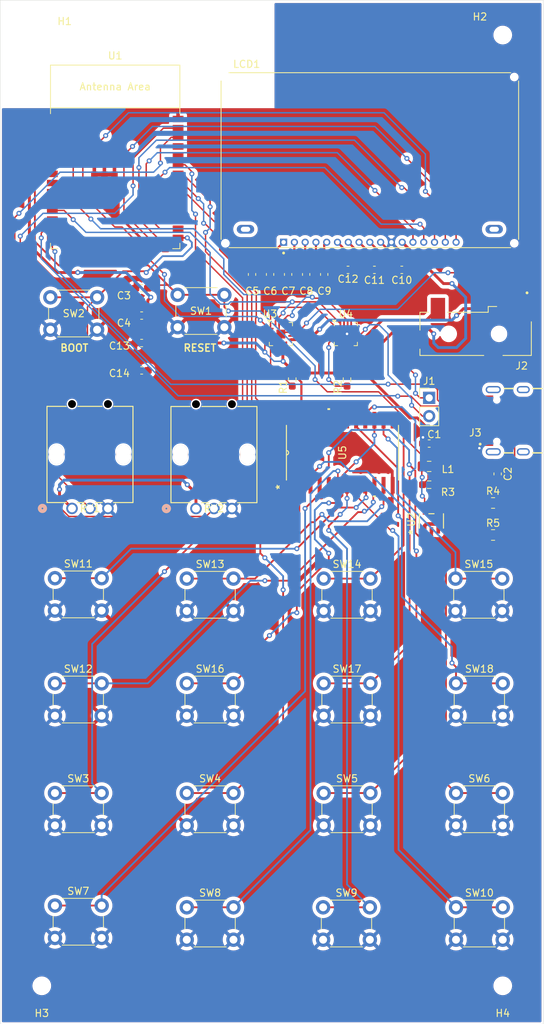
<source format=kicad_pcb>
(kicad_pcb (version 20240108) (generator "pcbnew") (generator_version "8.0")
  (layers (0 "F.Cu" signal) (31 "B.Cu" signal) (34 "B.Paste" user) (35 "F.Paste" user) (36 "B.SilkS" user "B.Silkscreen") (37 "F.SilkS" user "F.Silkscreen") (38 "B.Mask" user) (39 "F.Mask" user) (44 "Edge.Cuts" user))
  (net 0 "")
  (net 1 "GND")
  (net 2 "+3V3")
  (net 3 "+5V")
  (net 4 "Net-(U1-EN)")
  (net 5 "Net-(LCD1-V0)")
  (net 6 "Net-(LCD1-V1)")
  (net 7 "Net-(LCD1-V2)")
  (net 8 "Net-(LCD1-V3)")
  (net 9 "Net-(LCD1-V4)")
  (net 10 "Net-(LCD1-VOUT)")
  (net 11 "Net-(LCD1-C1+)")
  (net 12 "Net-(LCD1-C1-)")
  (net 13 "Net-(LCD1-C2+)")
  (net 14 "Net-(LCD1-C2-)")
  (net 15 "Net-(U1-GPIO0)")
  (net 16 "Net-(J1-Pin_2)")
  (net 17 "Net-(J1-Pin_1)")
  (net 18 "Net-(U3-OUTP)")
  (net 19 "Net-(U4-OUTP)")
  (net 21 "Net-(J3-CC1)")
  (net 22 "/USB.D+")
  (net 23 "/USB.D-")
  (net 24 "Net-(J3-CC2)")
  (net 26 "Net-(U2-LX)")
  (net 27 "/LCD.RST")
  (net 30 "/LCD.CS1")
  (net 31 "/LCD.SI")
  (net 32 "/LCD.SCL")
  (net 33 "Net-(U3-~{SD_MODE})")
  (net 34 "Net-(U4-~{SD_MODE})")
  (net 35 "/RV1")
  (net 36 "/3V3")
  (net 37 "/RV2")
  (net 38 "/S1")
  (net 39 "/S2")
  (net 40 "/S3")
  (net 41 "/S4")
  (net 42 "/S5")
  (net 43 "/S6")
  (net 44 "/S7")
  (net 45 "/S8")
  (net 46 "/S9")
  (net 47 "/S10")
  (net 48 "/S11")
  (net 49 "/S12")
  (net 50 "/S13")
  (net 51 "/S14")
  (net 52 "/S15")
  (net 53 "/S16")
  (net 58 "/BTND2")
  (net 61 "/LCD.A0")
  (net 64 "/AUDIO.LRCLK")
  (net 68 "/BTND0")
  (net 76 "/AUDIO.DIN")
  (net 77 "/BTND3")
  (net 78 "/AUDIO.BCLK")
  (net 79 "/BTND1")
  (net 91 "Net-(U3-OUTN)")
  (footprint "Button_Switch_THT:SW_PUSH_6mm_H5mm" (layer "F.Cu") (at 109.07 129.43)
    (property "Reference" "SW17")
    (property "Value" "SW_Push")
  )
  (footprint "Button_Switch_THT:SW_PUSH_6mm_H5mm" (layer "F.Cu") (at 108.995 160.545)
    (property "Reference" "SW9")
    (property "Value" "SW_Push")
  )
  (footprint "SC189ZSKTRT:SOT23-5-SC189_SEM" (layer "F.Cu") (at 124.065001 106.87055 90)
    (property "Reference" "U2")
    (property "Value" "SC189ZSKTRT")
  )
  (footprint "Inductor_SMD:L_0805_2012Metric_Pad1.15x1.40mm_HandSolder" (layer "F.Cu") (at 123.75 99.295)
    (property "Reference" "L1")
    (property "Value" "1µH")
  )
  (footprint "Capacitor_SMD:C_0603_1608Metric" (layer "F.Cu") (at 109.145 72.625 90)
    (property "Reference" "C9")
    (property "Value" "1µF")
  )
  (footprint "Resistor_SMD:R_0805_2012Metric_Pad1.20x1.40mm_HandSolder" (layer "F.Cu") (at 132.64 108.82)
    (property "Reference" "R5")
    (property "Value" "5.1k")
  )
  (footprint "DISPLAY-NHD_C12832A1Z_FSW_FBW_3V3:LCD_NHD-C12832A1Z-FSW-FBW-3V3" (layer "F.Cu") (at 115.495 56.75)
    (property "Reference" "LCD1")
    (property "Value" "NHD-C12832A1Z-FSW-FBW-3V3")
  )
  (footprint "MountingHole:MountingHole_2.2mm_M2" (layer "F.Cu") (at 69.85 171.45)
    (property "Reference" "H3")
    (property "Value" "MountingHole")
  )
  (footprint "Capacitor_SMD:C_0603_1608Metric_Pad1.08x0.95mm_HandSolder" (layer "F.Cu") (at 83.745 74.53)
    (property "Reference" "C3")
    (property "Value" ".1µF")
  )
  (footprint "POT_PRS11R-415F-S103B1:POT_PRS11R-4-S_BRN" (layer "F.Cu") (at 74.055001 105.1313)
    (property "Reference" "RV1")
    (property "Value" "R_Potentiometer")
    (fp_line (start -2.149998 -7.1063) (end -2.149998 -7.8937) (stroke (width 1.905)) (layer "Edge.Cuts"))
    (fp_line (start 7.149999 -7.1063) (end 7.149999 -7.8937) (stroke (width 1.905)) (layer "Edge.Cuts"))
  )
  (footprint "Capacitor_SMD:C_0603_1608Metric_Pad1.08x0.95mm_HandSolder" (layer "F.Cu") (at 83.745 78.34)
    (property "Reference" "C4")
    (property "Value" "1µF")
  )
  (footprint "Button_Switch_THT:SW_PUSH_6mm_H5mm" (layer "F.Cu") (at 71.68 129.43)
    (property "Reference" "SW12")
    (property "Value" "SW_Push")
  )
  (footprint "Connector_PinHeader_2.54mm:PinHeader_1x02_P2.54mm_Vertical" (layer "F.Cu") (at 123.75 89.77)
    (property "Reference" "J1")
    (property "Value" "Conn_01x02")
  )
  (footprint "MountingHole:MountingHole_2.2mm_M2" (layer "F.Cu") (at 133.985 39.37)
    (property "Reference" "H2")
    (property "Value" "MountingHole")
  )
  (footprint "Capacitor_SMD:C_0603_1608Metric_Pad1.08x0.95mm_HandSolder" (layer "F.Cu") (at 123.75 96.12 180)
    (property "Reference" "C1")
    (property "Value" "22µF")
  )
  (footprint "Capacitor_SMD:C_0603_1608Metric" (layer "F.Cu") (at 106.635 72.625 90)
    (property "Reference" "C8")
    (property "Value" "1µF")
  )
  (footprint "Button_Switch_THT:SW_PUSH_6mm_H5mm" (layer "F.Cu") (at 109.07 144.67)
    (property "Reference" "SW5")
    (property "Value" "SW_Push")
  )
  (footprint "Capacitor_SMD:C_0603_1608Metric_Pad1.08x0.95mm_HandSolder" (layer "F.Cu") (at 83.745 85.96)
    (property "Reference" "C14")
    (property "Value" ".1µF")
  )
  (footprint "Capacitor_SMD:C_0603_1608Metric_Pad1.08x0.95mm_HandSolder" (layer "F.Cu") (at 133.275 100.3375 -90)
    (property "Reference" "C2")
    (property "Value" "10µF")
  )
  (footprint "Button_Switch_THT:SW_PUSH_6mm_H5mm" (layer "F.Cu") (at 109.07 114.88)
    (property "Reference" "SW14")
    (property "Value" "SW_Push")
  )
  (footprint "Package_DFN_QFN:TQFN-16-1EP_3x3mm_P0.5mm_EP1.23x1.23mm" (layer "F.Cu") (at 103.12 80.9075)
    (property "Reference" "U3")
    (property "Value" "MAX98357A")
  )
  (footprint "Button_Switch_THT:SW_PUSH_6mm_H5mm" (layer "F.Cu") (at 71.68 144.67)
    (property "Reference" "SW3")
    (property "Value" "SW_Push")
  )
  (footprint "Button_Switch_THT:SW_PUSH_6mm_H5mm" (layer "F.Cu") (at 71.045 75.8)
    (property "Reference" "SW2")
    (property "Value" "Boot")
  )
  (footprint "Resistor_SMD:R_0603_1608Metric_Pad0.98x0.95mm_HandSolder" (layer "F.Cu") (at 123.75 101.835 180)
    (property "Reference" "R3")
    (property "Value" "10k")
  )
  (footprint "Button_Switch_THT:SW_PUSH_6mm_H5mm" (layer "F.Cu") (at 90.02 114.88)
    (property "Reference" "SW13")
    (property "Value" "SW_Push")
  )
  (footprint "Button_Switch_THT:SW_PUSH_6mm_H5mm" (layer "F.Cu") (at 127.485 129.43)
    (property "Reference" "SW18")
    (property "Value" "SW_Push")
  )
  (footprint "PCM_Espressif:ESP32-S2-SOLO" (layer "F.Cu") (at 80.062 59.295)
    (property "Reference" "U1")
    (property "Value" "ESP32-S2-SOLO")
  )
  (footprint "JACK-3.5mm_SJ_43515TS_SMT_TR:CUI_SJ-43515TS-SMT-TR" (layer "F.Cu") (at 137.365 77.38 180)
    (property "Reference" "J2")
    (property "Value" "SJ-43515TS-SMT-TR")
  )
  (footprint "MountingHole:MountingHole_2.2mm_M2" (layer "F.Cu") (at 133.985 171.45)
    (property "Reference" "H4")
    (property "Value" "MountingHole")
  )
  (footprint "Button_Switch_THT:SW_PUSH_6mm_H5mm" (layer "F.Cu") (at 71.68 160.3)
    (property "Reference" "SW7")
    (property "Value" "SW_Push")
  )
  (footprint "Capacitor_SMD:C_0603_1608Metric" (layer "F.Cu") (at 99.105 72.625 90)
    (property "Reference" "C5")
    (property "Value" "1µF")
  )
  (footprint "Button_Switch_THT:SW_PUSH_6mm_H5mm" (layer "F.Cu") (at 90.02 160.545)
    (property "Reference" "SW8")
    (property "Value" "SW_Push")
  )
  (footprint "Resistor_SMD:R_0603_1608Metric_Pad0.98x0.95mm_HandSolder" (layer "F.Cu") (at 104.7 87.23 -90)
    (property "Reference" "R1")
    (property "Value" "634k")
  )
  (footprint "Capacitor_SMD:C_0603_1608Metric" (layer "F.Cu") (at 104.125 72.625 90)
    (property "Reference" "C7")
    (property "Value" "1µF")
  )
  (footprint "Button_Switch_THT:SW_PUSH_6mm_H5mm" (layer "F.Cu") (at 95.25 79.955 180)
    (property "Reference" "SW1")
    (property "Value" "Reset")
  )
  (footprint "Button_Switch_THT:SW_PUSH_6mm_H5mm" (layer "F.Cu") (at 90.02 129.43)
    (property "Reference" "SW16")
    (property "Value" "SW_Push")
  )
  (footprint "USB4105-GF-A:GCT_USB4105-GF-A" (layer "F.Cu") (at 136.8425 92.945 90)
    (property "Reference" "J3")
    (property "Value" "USB_C_Receptacle_USB2.0_16P")
  )
  (footprint "Button_Switch_THT:SW_PUSH_6mm_H5mm" (layer "F.Cu") (at 127.485 160.545)
    (property "Reference" "SW10")
    (property "Value" "SW_Push")
  )
  (footprint "Resistor_SMD:R_0603_1608Metric_Pad0.98x0.95mm_HandSolder" (layer "F.Cu") (at 112.32 87.23 -90)
    (property "Reference" "R2")
    (property "Value" "634k")
  )
  (footprint "MountingHole:MountingHole_2.2mm_M2" (layer "F.Cu") (at 69.85 39.37)
    (property "Reference" "H1")
    (property "Value" "MountingHole")
  )
  (footprint "Capacitor_SMD:C_0603_1608Metric" (layer "F.Cu") (at 112.46 71.99)
    (property "Reference" "C12")
    (property "Value" "1µF")
  )
  (footprint "Button_Switch_THT:SW_PUSH_6mm_H5mm" (layer "F.Cu") (at 127.41 114.88)
    (property "Reference" "SW15")
    (property "Value" "SW_Push")
  )
  (footprint "Capacitor_SMD:C_0603_1608Metric" (layer "F.Cu") (at 116.13 71.99 180)
    (property "Reference" "C11")
    (property "Value" "1µF")
  )
  (footprint "Capacitor_SMD:C_0603_1608Metric_Pad1.08x0.95mm_HandSolder" (layer "F.Cu") (at 83.745 82.15)
    (property "Reference" "C13")
    (property "Value" ".1µF")
  )
  (footprint "MUX_CD74HC154M96:DW24" (layer "F.Cu") (at 111.685 97.39 90)
    (property "Reference" "U5")
    (property "Value" "CD74HC154M96")
  )
  (footprint "Capacitor_SMD:C_0603_1608Metric" (layer "F.Cu") (at 119.94 71.99 180)
    (property "Reference" "C10")
    (property "Value" "1µF")
  )
  (footprint "Button_Switch_THT:SW_PUSH_6mm_H5mm" (layer "F.Cu") (at 127.485 144.67)
    (property "Reference" "SW6")
    (property "Value" "SW_Push")
  )
  (footprint "Resistor_SMD:R_0805_2012Metric_Pad1.20x1.40mm_HandSolder" (layer "F.Cu") (at 132.64 104.375)
    (property "Reference" "R4")
    (property "Value" "5.1k")
  )
  (footprint "Button_Switch_THT:SW_PUSH_6mm_H5mm" (layer "F.Cu") (at 90.02 144.67)
    (property "Reference" "SW4")
    (property "Value" "SW_Push")
  )
  (footprint "Button_Switch_THT:SW_PUSH_6mm_H5mm" (layer "F.Cu") (at 71.68 114.825)
    (property "Reference" "SW11")
    (property "Value" "SW_Push")
  )
  (footprint "Package_DFN_QFN:TQFN-16-1EP_3x3mm_P0.5mm_EP1.23x1.23mm" (layer "F.Cu") (at 112.1525 80.9075)
    (property "Reference" "U4")
    (property "Value" "MAX98357A")
  )
  (footprint "POT_PRS11R-415F-S103B1:POT_PRS11R-4-S_BRN" (layer "F.Cu") (at 91.3034 105.148049)
    (property "Reference" "RV2")
    (property "Value" "R_Potentiometer")
    (fp_line (start -2.149998 -7.1063) (end -2.149998 -7.8937) (stroke (width 1.905)) (layer "Edge.Cuts"))
    (fp_line (start 7.149999 -7.1063) (end 7.149999 -7.8937) (stroke (width 1.905)) (layer "Edge.Cuts"))
  )
  (footprint "Capacitor_SMD:C_0603_1608Metric" (layer "F.Cu") (at 101.615 72.625 90)
    (property "Reference" "C6")
    (property "Value" "1µF")
  )
  (gr_rect (start 64.06 34.525) (end 139.625 176.765) (stroke (width 0.05)) (fill none) (layer "Edge.Cuts"))
  (segment (start 132.0875 90.545) (end 132.0875 89.745) (width 0.2) (layer "F.Cu") (net 0))
  (segment (start 102.87 80.6575) (end 102.87 79.47) (width 0.2) (layer "F.Cu") (net 1))
  (segment (start 112.18 80.88) (end 112.1525 80.9075) (width 0.2) (layer "F.Cu") (net 1))
  (segment (start 110.715 81.1575) (end 111.9025 81.1575) (width 0.2) (layer "F.Cu") (net 1))
  (segment (start 111.9025 80.6575) (end 112.1525 80.9075) (width 0.2) (layer "F.Cu") (net 1))
  (segment (start 131.345 96.145) (end 130.735 96.755) (width 0.2) (layer "F.Cu") (net 1))
  (segment (start 113.59 80.6575) (end 112.4025 80.6575) (width 0.2) (layer "F.Cu") (net 1))
  (segment (start 120.715 70.37) (end 118.495 68.15) (width 0.3) (layer "F.Cu") (net 1))
  (segment (start 112.32 80.88) (end 112.18 80.88) (width 0.2) (layer "F.Cu") (net 1))
  (segment (start 104.5575 80.6575) (end 103.37 80.6575) (width 0.2) (layer "F.Cu") (net 1))
  (segment (start 111.9025 81.1575) (end 112.1525 80.9075) (width 0.2) (layer "F.Cu") (net 1))
  (segment (start 112.32 80.74) (end 112.32 80.88) (width 0.2) (layer "F.Cu") (net 1))
  (segment (start 103.12 80.9075) (end 102.87 81.1575) (width 0.2) (layer "F.Cu") (net 1))
  (segment (start 120.715 71.99) (end 120.715 70.37) (width 0.3) (layer "F.Cu") (net 1))
  (segment (start 122.8875 95.2575) (end 122.8875 96.12) (width 0.2) (layer "F.Cu") (net 1))
  (segment (start 103.12 80.9075) (end 102.87 80.6575) (width 0.2) (layer "F.Cu") (net 1))
  (segment (start 102.87 81.1575) (end 101.6825 81.1575) (width 0.2) (layer "F.Cu") (net 1))
  (segment (start 132.0875 96.145) (end 131.345 96.145) (width 0.2) (layer "F.Cu") (net 1))
  (segment (start 103.37 80.6575) (end 103.12 80.9075) (width 0.2) (layer "F.Cu") (net 1))
  (segment (start 111.9025 79.47) (end 111.9025 80.6575) (width 0.2) (layer "F.Cu") (net 1))
  (segment (start 112.4025 80.6575) (end 112.32 80.74) (width 0.2) (layer "F.Cu") (net 1))
  (via (at 130.735 96.755) (size 0.7) (drill 0.35) (layers "F.Cu" "B.Cu") (net 1))
  (via (at 112.32 80.88) (size 0.7) (drill 0.35) (layers "F.Cu" "B.Cu") (net 1))
  (via (at 122.8875 95.2575) (size 0.7) (drill 0.35) (layers "F.Cu" "B.Cu") (net 1))
  (segment (start 123.75 93.58) (end 125.02 94.85) (width 0.2) (layer "B.Cu") (net 1))
  (segment (start 125.02 94.85) (end 125.02 96.12) (width 0.2) (layer "B.Cu") (net 1))
  (segment (start 128.195 99.295) (end 129.465 99.295) (width 0.2) (layer "B.Cu") (net 1))
  (segment (start 125.02 96.12) (end 128.195 99.295) (width 0.2) (layer "B.Cu") (net 1))
  (segment (start 130.1 97.39) (end 130.735 96.755) (width 0.2) (layer "B.Cu") (net 1))
  (segment (start 129.465 99.295) (end 130.1 98.66) (width 0.2) (layer "B.Cu") (net 1))
  (segment (start 122.8875 95.2575) (end 122.8875 93.8075) (width 0.2) (layer "B.Cu") (net 1))
  (segment (start 122.8875 93.8075) (end 123.115 93.58) (width 0.2) (layer "B.Cu") (net 1))
  (segment (start 123.115 93.58) (end 123.75 93.58) (width 0.2) (layer "B.Cu") (net 1))
  (segment (start 130.1 98.66) (end 130.1 97.39) (width 0.2) (layer "B.Cu") (net 1))
  (segment (start 104.7 91.9925) (end 105.97 90.7225) (width 0.3) (layer "F.Cu") (net 2))
  (segment (start 101.255614 80.6575) (end 100.89 81.023114) (width 0.2) (layer "F.Cu") (net 2))
  (segment (start 68.124 54.556) (end 70.375 52.305) (width 0.4) (layer "F.Cu") (net 2))
  (segment (start 114.81 86.3175) (end 112.32 86.3175) (width 0.4) (layer "F.Cu") (net 2))
  (segment (start 112.9025 83.7265) (end 112.9025 82.345) (width 0.4) (layer "F.Cu") (net 2))
  (segment (start 85.015 75.8) (end 84.6075 76.2075) (width 0.4) (layer "F.Cu") (net 2))
  (segment (start 101.6825 80.6575) (end 101.255614 80.6575) (width 0.2) (layer "F.Cu") (net 2))
  (segment (start 104.7 86.3175) (end 104.7 85.96) (width 0.4) (layer "F.Cu") (net 2))
  (segment (start 119.065 80.28) (end 123.785 80.28) (width 0.4) (layer "F.Cu") (net 2))
  (segment (start 68.124 68.561) (end 68.124 54.556) (width 0.4) (layer "F.Cu") (net 2))
  (segment (start 109.6215 80.6575) (end 110.146694 80.6575) (width 0.4) (layer "F.Cu") (net 2))
  (segment (start 123.785 80.28) (end 124.385 80.88) (width 0.4) (layer "F.Cu") (net 2))
  (segment (start 71.922 72.359) (end 68.124 68.561) (width 0.4) (layer "F.Cu") (net 2))
  (segment (start 84.6075 82.15) (end 84.6075 78.34) (width 0.4) (layer "F.Cu") (net 2))
  (segment (start 105.97 87.5875) (end 104.7 86.3175) (width 0.3) (layer "F.Cu") (net 2))
  (segment (start 109.6215 80.6575) (end 108.51 81.769) (width 0.4) (layer "F.Cu") (net 2))
  (segment (start 124.6125 95.0775) (end 122.095 92.56) (width 0.4) (layer "F.Cu") (net 2))
  (segment (start 124.6625 101.835) (end 124.6625 105.203598) (width 0.4) (layer "F.Cu") (net 2))
  (segment (start 121.0525 92.56) (end 114.81 86.3175) (width 0.4) (layer "F.Cu") (net 2))
  (segment (start 114.81 84.535) (end 119.065 80.28) (width 0.4) (layer "F.Cu") (net 2))
  (segment (start 114.81 86.3175) (end 114.81 84.535) (width 0.4) (layer "F.Cu") (net 2))
  (segment (start 108.51 86.3175) (end 104.7 86.3175) (width 0.4) (layer "F.Cu") (net 2))
  (segment (start 70.375 52.305) (end 71.325 52.305) (width 0.4) (layer "F.Cu") (net 2))
  (segment (start 124.6625 105.203598) (end 125.015002 105.5561) (width 0.4) (layer "F.Cu") (net 2))
  (segment (start 74.855 72.159) (end 74.855 72.359) (width 0.4) (layer "F.Cu") (net 2))
  (segment (start 122.095 92.56) (end 121.0525 92.56) (width 0.4) (layer "F.Cu") (net 2))
  (segment (start 124.6125 96.12) (end 124.6125 101.785) (width 0.4) (layer "F.Cu") (net 2))
  (segment (start 112.32 84.309) (end 112.9025 83.7265) (width 0.4) (layer "F.Cu") (net 2))
  (segment (start 104.7 85.96) (end 103.395 84.655) (width 0.4) (layer "F.Cu") (net 2))
  (segment (start 84.6075 82.15) (end 95.175 82.15) (width 0.4) (layer "F.Cu") (net 2))
  (segment (start 100.89 81.023114) (end 100.89 83.42) (width 0.2) (layer "F.Cu") (net 2))
  (segment (start 104.7 92.8688) (end 104.7 91.9925) (width 0.2) (layer "F.Cu") (net 2))
  (segment (start 112.4025 86.235) (end 112.32 86.3175) (width 0.4) (layer "F.Cu") (net 2))
  (segment (start 103.87 82.345) (end 103.37 82.345) (width 0.2) (layer "F.Cu") (net 2))
  (segment (start 125.74 73.895) (end 119.995 68.15) (width 0.4) (layer "F.Cu") (net 2))
  (segment (start 112.32 86.3175) (end 108.51 86.3175) (width 0.4) (layer "F.Cu") (net 2))
  (segment (start 105.97 90.7225) (end 105.97 87.5875) (width 0.3) (layer "F.Cu") (net 2))
  (segment (start 126.925 73.895) (end 125.74 73.895) (width 0.4) (layer "F.Cu") (net 2))
  (segment (start 74.855 72.359) (end 71.922 72.359) (width 0.4) (layer "F.Cu") (net 2))
  (segment (start 112.32 86.3175) (end 112.32 84.309) (width 0.4) (layer "F.Cu") (net 2))
  (segment (start 84.6075 76.2075) (end 84.6075 78.34) (width 0.4) (layer "F.Cu") (net 2))
  (segment (start 124.6125 96.12) (end 124.6125 95.0775) (width 0.4) (layer "F.Cu") (net 2))
  (segment (start 108.51 81.769) (end 108.51 86.3175) (width 0.4) (layer "F.Cu") (net 2))
  (segment (start 103.395 84.655) (end 103.395 82.345) (width 0.4) (layer "F.Cu") (net 2))
  (segment (start 124.6125 101.785) (end 124.6625 101.835) (width 0.4) (layer "F.Cu") (net 2))
  (via (at 74.855 72.359) (size 0.7) (drill 0.35) (layers "F.Cu" "B.Cu") (net 2))
  (via (at 95.175 82.15) (size 0.7) (drill 0.35) (layers "F.Cu" "B.Cu") (net 2))
  (via (at 126.925 73.895) (size 0.7) (drill 0.35) (layers "F.Cu" "B.Cu") (net 2))
  (via (at 100.89 83.42) (size 0.7) (drill 0.35) (layers "F.Cu" "B.Cu") (net 2))
  (via (at 103.43 84.69) (size 0.7) (drill 0.35) (layers "F.Cu" "B.Cu") (net 2))
  (via (at 85.015 75.8) (size 0.7) (drill 0.35) (layers "F.Cu" "B.Cu") (net 2))
  (via (at 124.385 80.88) (size 0.7) (drill 0.35) (layers "F.Cu" "B.Cu") (net 2))
  (segment (start 99.62 82.15) (end 100.89 83.42) (width 0.4) (layer "B.Cu") (net 2))
  (segment (start 124.385 80.88) (end 124.385 82.15) (width 0.4) (layer "B.Cu") (net 2))
  (segment (start 74.855 72.359) (end 81.574 72.359) (width 0.4) (layer "B.Cu") (net 2))
  (segment (start 81.574 72.359) (end 85.015 75.8) (width 0.4) (layer "B.Cu") (net 2))
  (segment (start 124.385 82.15) (end 125.02 82.785) (width 0.4) (layer "B.Cu") (net 2))
  (segment (start 127.56 82.785) (end 128.83 81.515) (width 0.4) (layer "B.Cu") (net 2))
  (segment (start 100.89 83.42) (end 102.16 84.69) (width 0.2) (layer "B.Cu") (net 2))
  (segment (start 125.02 82.785) (end 127.56 82.785) (width 0.4) (layer "B.Cu") (net 2))
  (segment (start 128.83 81.515) (end 128.83 75.8) (width 0.4) (layer "B.Cu") (net 2))
  (segment (start 102.16 84.69) (end 103.43 84.69) (width 0.2) (layer "B.Cu") (net 2))
  (segment (start 95.175 82.15) (end 99.62 82.15) (width 0.4) (layer "B.Cu") (net 2))
  (segment (start 128.83 75.8) (end 126.925 73.895) (width 0.4) (layer "B.Cu") (net 2))
  (segment (start 132.0875 95.345) (end 130.24 95.345) (width 0.4) (layer "F.Cu") (net 3))
  (segment (start 129.465 97.39) (end 131.55 99.475) (width 0.4) (layer "F.Cu") (net 3))
  (segment (start 123.361001 107.29685) (end 123.115 107.542851) (width 0.5) (layer "F.Cu") (net 3))
  (segment (start 125.015002 107.554998) (end 131.55 101.02) (width 0.5) (layer "F.Cu") (net 3))
  (segment (start 129.465 96.12) (end 129.465 97.39) (width 0.4) (layer "F.Cu") (net 3))
  (segment (start 131.55 101.02) (end 131.55 99.475) (width 0.5) (layer "F.Cu") (net 3))
  (segment (start 123.115 107.542851) (end 123.115 108.185) (width 0.5) (layer "F.Cu") (net 3))
  (segment (start 131.55 99.475) (end 133.275 99.475) (width 0.4) (layer "F.Cu") (net 3))
  (segment (start 124.769001 107.29685) (end 123.361001 107.29685) (width 0.5) (layer "F.Cu") (net 3))
  (segment (start 125.015002 108.185) (end 125.015002 107.542851) (width 0.5) (layer "F.Cu") (net 3))
  (segment (start 125.015002 107.554998) (end 125.015002 108.185) (width 0.5) (layer "F.Cu") (net 3))
  (segment (start 130.24 95.345) (end 129.465 96.12) (width 0.4) (layer "F.Cu") (net 3))
  (segment (start 125.015002 107.542851) (end 124.769001 107.29685) (width 0.5) (layer "F.Cu") (net 3))
  (segment (start 70.41 53.575) (end 68.886 55.099) (width 0.25) (layer "F.Cu") (net 4))
  (segment (start 88.75 75.455) (end 95.25 75.455) (width 0.25) (layer "F.Cu") (net 4))
  (segment (start 121 93.214606) (end 116.715394 88.93) (width 0.2) (layer "F.Cu") (net 4))
  (segment (start 116.715394 88.93) (end 109.575 88.93) (width 0.2) (layer "F.Cu") (net 4))
  (segment (start 95.25 75.455) (end 95.25 77.145) (width 0.25) (layer "F.Cu") (net 4))
  (segment (start 84.6075 74.53) (end 85.03 74.1075) (width 0.2) (layer "F.Cu") (net 4))
  (segment (start 95.25 77.145) (end 95.81 77.705) (width 0.25) (layer "F.Cu") (net 4))
  (segment (start 68.886 68.053) (end 72.188 71.355) (width 0.25) (layer "F.Cu") (net 4))
  (segment (start 122.8375 101.835) (end 123.6 101.0725) (width 0.2) (layer "F.Cu") (net 4))
  (segment (start 85.03 74.1075) (end 87.4025 74.1075) (width 0.2) (layer "F.Cu") (net 4))
  (segment (start 68.886 55.099) (end 68.886 68.053) (width 0.25) (layer "F.Cu") (net 4))
  (segment (start 71.325 53.575) (end 70.41 53.575) (width 0.25) (layer "F.Cu") (net 4))
  (segment (start 121 96.010256) (end 121 93.214606) (width 0.2) (layer "F.Cu") (net 4))
  (segment (start 87.4025 74.1075) (end 88.75 75.455) (width 0.2) (layer "F.Cu") (net 4))
  (segment (start 72.188 71.355) (end 84.65 71.355) (width 0.25) (layer "F.Cu") (net 4))
  (segment (start 123.6 101.0725) (end 123.6 98.610256) (width 0.2) (layer "F.Cu") (net 4))
  (segment (start 109.575 88.93) (end 107.875 87.23) (width 0.2) (layer "F.Cu") (net 4))
  (segment (start 123.6 98.610256) (end 121 96.010256) (width 0.2) (layer "F.Cu") (net 4))
  (segment (start 84.65 71.355) (end 88.75 75.455) (width 0.25) (layer "F.Cu") (net 4))
  (via (at 95.81 77.705) (size 0.7) (drill 0.35) (layers "F.Cu" "B.Cu") (net 4))
  (via (at 107.875 87.23) (size 0.7) (drill 0.35) (layers "F.Cu" "B.Cu") (net 4))
  (segment (start 107.875 87.23) (end 107.875 85.325) (width 0.2) (layer "B.Cu") (net 4))
  (segment (start 100.255 77.705) (end 95.81 77.705) (width 0.2) (layer "B.Cu") (net 4))
  (segment (start 107.875 85.325) (end 100.255 77.705) (width 0.2) (layer "B.Cu") (net 4))
  (segment (start 99.105 71.85) (end 99.795 71.85) (width 0.3) (layer "F.Cu") (net 5))
  (segment (start 99.795 71.85) (end 103.495 68.15) (width 0.3) (layer "F.Cu") (net 5))
  (segment (start 104.995 69.155) (end 104.995 68.15) (width 0.3) (layer "F.Cu") (net 6))
  (segment (start 101.615 71.85) (end 102.3 71.85) (width 0.3) (layer "F.Cu") (net 6))
  (segment (start 102.3 71.85) (end 104.995 69.155) (width 0.3) (layer "F.Cu") (net 6))
  (segment (start 106.495 69.48) (end 106.495 68.15) (width 0.3) (layer "F.Cu") (net 7))
  (segment (start 104.125 71.85) (end 106.495 69.48) (width 0.3) (layer "F.Cu") (net 7))
  (segment (start 107.995 70.49) (end 107.995 68.15) (width 0.3) (layer "F.Cu") (net 8))
  (segment (start 106.635 71.85) (end 107.995 70.49) (width 0.3) (layer "F.Cu") (net 8))
  (segment (start 109.145 68.5) (end 109.495 68.15) (width 0.3) (layer "F.Cu") (net 9))
  (segment (start 109.145 71.85) (end 109.145 68.5) (width 0.3) (layer "F.Cu") (net 9))
  (segment (start 119.165 71.99) (end 119.165 70.32) (width 0.3) (layer "F.Cu") (net 10))
  (segment (start 119.165 70.32) (end 116.995 68.15) (width 0.3) (layer "F.Cu") (net 10))
  (segment (start 115.355 69.51) (end 113.995 68.15) (width 0.3) (layer "F.Cu") (net 11))
  (segment (start 115.355 71.99) (end 115.355 69.51) (width 0.3) (layer "F.Cu") (net 11))
  (segment (start 116.905 69.56) (end 115.495 68.15) (width 0.3) (layer "F.Cu") (net 12))
  (segment (start 116.905 71.99) (end 116.905 69.56) (width 0.3) (layer "F.Cu") (net 12))
  (segment (start 113.235 68.89) (end 112.495 68.15) (width 0.3) (layer "F.Cu") (net 13))
  (segment (start 113.235 71.99) (end 113.235 68.89) (width 0.3) (layer "F.Cu") (net 13))
  (segment (start 111.685 68.84) (end 110.995 68.15) (width 0.3) (layer "F.Cu") (net 14))
  (segment (start 111.685 71.99) (end 111.685 68.84) (width 0.3) (layer "F.Cu") (net 14))
  (segment (start 84.6075 85.96) (end 82.9375 87.63) (width 0.2) (layer "F.Cu") (net 15))
  (segment (start 90.095 67.545) (end 88.812 67.545) (width 0.25) (layer "F.Cu") (net 15))
  (segment (start 71.045 75.8) (end 77.545 75.8) (width 0.25) (layer "F.Cu") (net 15))
  (segment (start 76.2 77.145) (end 77.545 75.8) (width 0.2) (layer "F.Cu") (net 15))
  (segment (start 80.645 87.63) (end 76.2 83.185) (width 0.2) (layer "F.Cu") (net 15))
  (segment (start 81.161 72.184) (end 84.38 72.184) (width 0.25) (layer "F.Cu") (net 15))
  (segment (start 82.9375 87.63) (end 80.645 87.63) (width 0.2) (layer "F.Cu") (net 15))
  (segment (start 76.2 83.185) (end 76.2 77.145) (width 0.2) (layer "F.Cu") (net 15))
  (segment (start 84.38 72.184) (end 84.38 72.359) (width 0.25) (layer "F.Cu") (net 15))
  (segment (start 77.545 75.8) (end 81.161 72.184) (width 0.25) (layer "F.Cu") (net 15))
  (segment (start 84.6075 85.96) (end 84.6075 85.485) (width 0.2) (layer "F.Cu") (net 15))
  (via (at 90.095 67.545) (size 0.7) (drill 0.35) (layers "F.Cu" "B.Cu") (net 15))
  (via (at 84.38 72.359) (size 0.7) (drill 0.35) (layers "F.Cu" "B.Cu") (net 15))
  (segment (start 89.46 70.085) (end 90.73 68.815) (width 0.25) (layer "B.Cu") (net 15))
  (segment (start 86.654 70.085) (end 89.46 70.085) (width 0.25) (layer "B.Cu") (net 15))
  (segment (start 90.73 68.815) (end 90.73 68.18) (width 0.25) (layer "B.Cu") (net 15))
  (segment (start 90.73 68.18) (end 90.095 67.545) (width 0.25) (layer "B.Cu") (net 15))
  (segment (start 84.38 72.359) (end 86.654 70.085) (width 0.25) (layer "B.Cu") (net 15))
  (segment (start 114.86 80.314386) (end 114.86 80.245) (width 0.2) (layer "F.Cu") (net 16))
  (segment (start 121.309594 90.805) (end 122.814594 92.31) (width 0.2) (layer "F.Cu") (net 16))
  (segment (start 113.59 81.1575) (end 114.016886 81.1575) (width 0.2) (layer "F.Cu") (net 16))
  (segment (start 114.016886 81.1575) (end 114.86 80.314386) (width 0.2) (layer "F.Cu") (net 16))
  (segment (start 122.814594 92.31) (end 123.75 92.31) (width 0.2) (layer "F.Cu") (net 16))
  (via (at 121.309594 90.805) (size 0.7) (drill 0.35) (layers "F.Cu" "B.Cu") (net 16))
  (via (at 114.86 80.245) (size 0.7) (drill 0.35) (layers "F.Cu" "B.Cu") (net 16))
  (segment (start 121.309594 89.869594) (end 118.035 86.595) (width 0.2) (layer "B.Cu") (net 16))
  (segment (start 121.309594 90.805) (end 121.309594 89.869594) (width 0.2) (layer "B.Cu") (net 16))
  (segment (start 118.035 80.88) (end 116.765 79.61) (width 0.2) (layer "B.Cu") (net 16))
  (segment (start 118.035 86.595) (end 118.035 80.88) (width 0.2) (layer "B.Cu") (net 16))
  (segment (start 116.765 79.61) (end 115.495 79.61) (width 0.2) (layer "B.Cu") (net 16))
  (segment (start 115.495 79.61) (end 114.86 80.245) (width 0.2) (layer "B.Cu") (net 16))
  (segment (start 123.75 89.77) (end 122.48 89.77) (width 0.2) (layer "F.Cu") (net 17))
  (segment (start 122.48 89.77) (end 121.845 89.135) (width 0.2) (layer "F.Cu") (net 17))
  (segment (start 120.965 85.715) (end 120.965 81.68) (width 0.2) (layer "F.Cu") (net 17))
  (segment (start 121.845 86.595) (end 120.965 85.715) (width 0.2) (layer "F.Cu") (net 17))
  (via (at 121.845 89.135) (size 0.7) (drill 0.35) (layers "F.Cu" "B.Cu") (net 17))
  (via (at 121.845 86.595) (size 0.7) (drill 0.35) (layers "F.Cu" "B.Cu") (net 17))
  (segment (start 121.845 86.595) (end 121.845 89.135) (width 0.2) (layer "B.Cu") (net 17))
  (segment (start 128.52 77.38) (end 127.56 78.34) (width 0.4) (layer "F.Cu") (net 18))
  (segment (start 134.7182 82.3268) (end 134.7182 77.6332) (width 0.2) (layer "F.Cu") (net 18))
  (segment (start 134.465 77.38) (end 128.52 77.38) (width 0.4) (layer "F.Cu") (net 18))
  (segment (start 106.8995 81.6825) (end 104.5575 81.6825) (width 0.4) (layer "F.Cu") (net 18))
  (segment (start 134.7182 77.6332) (end 134.465 77.38) (width 0.2) (layer "F.Cu") (net 18))
  (segment (start 108.51 80.245) (end 106.986 81.769) (width 0.4) (layer "F.Cu") (net 18))
  (segment (start 106.986 81.769) (end 106.8995 81.6825) (width 0.4) (layer "F.Cu") (net 18))
  (segment (start 132.665 84.38) (end 134.7182 82.3268) (width 0.2) (layer "F.Cu") (net 18))
  (via (at 127.56 78.34) (size 0.7) (drill 0.35) (layers "F.Cu" "B.Cu") (net 18))
  (via (at 108.51 80.245) (size 0.7) (drill 0.35) (layers "F.Cu" "B.Cu") (net 18))
  (segment (start 126.925 78.975) (end 127.56 78.34) (width 0.4) (layer "B.Cu") (net 18))
  (segment (start 108.51 80.245) (end 109.78 78.975) (width 0.4) (layer "B.Cu") (net 18))
  (segment (start 109.78 78.975) (end 126.925 78.975) (width 0.4) (layer "B.Cu") (net 18))
  (segment (start 114.5125 81.6825) (end 117.22 78.975) (width 0.4) (layer "F.Cu") (net 19))
  (segment (start 123.37 78.975) (end 124.965 77.38) (width 0.4) (layer "F.Cu") (net 19))
  (segment (start 113.59 81.6825) (end 114.5125 81.6825) (width 0.4) (layer "F.Cu") (net 19))
  (segment (start 117.22 78.975) (end 123.37 78.975) (width 0.4) (layer "F.Cu") (net 19))
  (segment (start 132.005 103.105) (end 133.275 103.105) (width 0.2) (layer "F.Cu") (net 21))
  (segment (start 134.545 95.8275) (end 132.9125 94.195) (width 0.2) (layer "F.Cu") (net 21))
  (segment (start 131.64 103.47) (end 132.005 103.105) (width 0.2) (layer "F.Cu") (net 21))
  (segment (start 131.64 104.375) (end 131.64 103.47) (width 0.2) (layer "F.Cu") (net 21))
  (segment (start 132.9125 94.195) (end 132.0875 94.195) (width 0.2) (layer "F.Cu") (net 21))
  (segment (start 134.545 101.835) (end 134.545 95.8275) (width 0.2) (layer "F.Cu") (net 21))
  (segment (start 133.275 103.105) (end 134.545 101.835) (width 0.2) (layer "F.Cu") (net 21))
  (segment (start 124.9 90.035) (end 124.9 88.62) (width 0.2) (layer "F.Cu") (net 22))
  (segment (start 124.9 88.62) (end 124.145 87.865) (width 0.2) (layer "F.Cu") (net 22))
  (segment (start 131.2125 92.245) (end 131.1625 92.195) (width 0.2) (layer "F.Cu") (net 22))
  (segment (start 132.0875 93.195) (end 131.2625 93.195) (width 0.2) (layer "F.Cu") (net 22))
  (segment (start 124.145 87.865) (end 118.035 87.865) (width 0.2) (layer "F.Cu") (net 22))
  (segment (start 131.1625 92.195) (end 127.06 92.195) (width 0.2) (layer "F.Cu") (net 22))
  (segment (start 131.2125 92.245) (end 131.2625 92.195) (width 0.2) (layer "F.Cu") (net 22))
  (segment (start 131.2625 93.195) (end 131.2125 93.145) (width 0.2) (layer "F.Cu") (net 22))
  (segment (start 131.2625 92.195) (end 132.0875 92.195) (width 0.2) (layer "F.Cu") (net 22))
  (segment (start 71.325 69.095) (end 71.68 69.45) (width 0.2) (layer "F.Cu") (net 22))
  (segment (start 127.06 92.195) (end 124.9 90.035) (width 0.2) (layer "F.Cu") (net 22))
  (segment (start 131.2125 93.145) (end 131.2125 92.245) (width 0.2) (layer "F.Cu") (net 22))
  (segment (start 71.325 67.545) (end 71.325 69.095) (width 0.2) (layer "F.Cu") (net 22))
  (via (at 71.68 69.45) (size 0.7) (drill 0.35) (layers "F.Cu" "B.Cu") (net 22))
  (via (at 118.035 87.865) (size 0.7) (drill 0.35) (layers "F.Cu" "B.Cu") (net 22))
  (segment (start 71.68 71.773478) (end 71.68 69.45) (width 0.2) (layer "B.Cu") (net 22))
  (segment (start 118.035 87.865) (end 118.008725 87.891275) (width 0.2) (layer "B.Cu") (net 22))
  (segment (start 118.008725 87.891275) (end 87.797797 87.891275) (width 0.2) (layer "B.Cu") (net 22))
  (segment (start 87.797797 87.891275) (end 71.68 71.773478) (width 0.2) (layer "B.Cu") (net 22))
  (segment (start 69.775 66.875) (end 69.775 67.545) (width 0.2) (layer "F.Cu") (net 23))
  (segment (start 132.9125 93.695) (end 132.0875 93.695) (width 0.2) (layer "F.Cu") (net 23))
  (segment (start 132.0875 92.695) (end 132.1375 92.745) (width 0.2) (layer "F.Cu") (net 23))
  (segment (start 71.325 66.275) (end 70.375 66.275) (width 0.2) (layer "F.Cu") (net 23))
  (segment (start 125.015 90.92) (end 127.79 93.695) (width 0.2) (layer "F.Cu") (net 23))
  (segment (start 70.375 66.275) (end 69.775 66.875) (width 0.2) (layer "F.Cu") (net 23))
  (segment (start 121.215 89.535) (end 122.6 90.92) (width 0.2) (layer "F.Cu") (net 23))
  (segment (start 127.79 93.695) (end 132.0875 93.695) (width 0.2) (layer "F.Cu") (net 23))
  (segment (start 132.1375 92.745) (end 132.9625 92.745) (width 0.2) (layer "F.Cu") (net 23))
  (segment (start 122.6 90.92) (end 125.015 90.92) (width 0.2) (layer "F.Cu") (net 23))
  (segment (start 132.9625 92.745) (end 132.9625 93.645) (width 0.2) (layer "F.Cu") (net 23))
  (segment (start 132.9625 93.645) (end 132.9125 93.695) (width 0.2) (layer "F.Cu") (net 23))
  (segment (start 119.38 89.535) (end 121.215 89.535) (width 0.2) (layer "F.Cu") (net 23))
  (via (at 119.38 89.535) (size 0.7) (drill 0.35) (layers "F.Cu" "B.Cu") (net 23))
  (via (at 69.775 67.545) (size 0.7) (drill 0.35) (layers "F.Cu" "B.Cu") (net 23))
  (segment (start 119.323775 89.478775) (end 88.819612 89.478775) (width 0.2) (layer "B.Cu") (net 23))
  (segment (start 119.38 89.535) (end 119.323775 89.478775) (width 0.2) (layer "B.Cu") (net 23))
  (segment (start 88.819612 89.478775) (end 69.775 70.434163) (width 0.2) (layer "B.Cu") (net 23))
  (segment (start 69.775 70.434163) (end 69.775 67.545) (width 0.2) (layer "B.Cu") (net 23))
  (segment (start 135.6425 93.925) (end 132.9125 91.195) (width 0.2) (layer "F.Cu") (net 24))
  (segment (start 136.525 105.41) (end 136.525 104.14) (width 0.2) (layer "F.Cu") (net 24))
  (segment (start 135.6425 103.2575) (end 135.6425 93.925) (width 0.2) (layer "F.Cu") (net 24))
  (segment (start 132.9125 91.195) (end 132.0875 91.195) (width 0.2) (layer "F.Cu") (net 24))
  (segment (start 136.525 104.14) (end 135.6425 103.2575) (width 0.2) (layer "F.Cu") (net 24))
  (segment (start 131.64 108.82) (end 131.64 107.755) (width 0.2) (layer "F.Cu") (net 24))
  (segment (start 132.715 106.68) (end 135.255 106.68) (width 0.2) (layer "F.Cu") (net 24))
  (segment (start 131.64 107.755) (end 132.715 106.68) (width 0.2) (layer "F.Cu") (net 24))
  (segment (start 135.255 106.68) (end 136.525 105.41) (width 0.2) (layer "F.Cu") (net 24))
  (segment (start 122.7975 103.4225) (end 123.115 103.74) (width 0.2) (layer "F.Cu") (net 26))
  (segment (start 123.115 103.74) (end 123.115 105.5561) (width 0.2) (layer "F.Cu") (net 26))
  (segment (start 122.781757 100.81) (end 122.725 100.753243) (width 0.2) (layer "F.Cu") (net 26))
  (segment (start 122.725 100.753243) (end 122.725 99.295) (width 0.2) (layer "F.Cu") (net 26))
  (via (at 122.781757 100.81) (size 0.7) (drill 0.35) (layers "F.Cu" "B.Cu") (net 26))
  (via (at 122.7975 103.4225) (size 0.7) (drill 0.35) (layers "F.Cu" "B.Cu") (net 26))
  (segment (start 122.725 100.866757) (end 122.725 103.35) (width 0.2) (layer "B.Cu") (net 26))
  (segment (start 122.781757 100.81) (end 122.725 100.866757) (width 0.2) (layer "B.Cu") (net 26))
  (segment (start 122.725 103.35) (end 122.7975 103.4225) (width 0.2) (layer "B.Cu") (net 26))
  (segment (start 80.01 66.04) (end 81.012 66.04) (width 0.2) (layer "F.Cu") (net 27))
  (segment (start 83.25 68.278) (end 83.25 68.795) (width 0.2) (layer "F.Cu") (net 27))
  (segment (start 125.995 66.615) (end 125.995 68.15) (width 0.2) (layer "F.Cu") (net 27))
  (segment (start 75.565 56.515) (end 75.565 61.595) (width 0.2) (layer "F.Cu") (net 27))
  (segment (start 78.74 53.34) (end 75.565 56.515) (width 0.2) (layer "F.Cu") (net 27))
  (segment (start 81.012 66.04) (end 83.25 68.278) (width 0.2) (layer "F.Cu") (net 27))
  (segment (start 123.221765 61.088235) (end 125.73 63.59647) (width 0.2) (layer "F.Cu") (net 27))
  (segment (start 125.73 63.59647) (end 125.73 66.35) (width 0.2) (layer "F.Cu") (net 27))
  (segment (start 75.565 61.595) (end 80.01 66.04) (width 0.2) (layer "F.Cu") (net 27))
  (segment (start 125.73 66.35) (end 125.995 66.615) (width 0.2) (layer "F.Cu") (net 27))
  (via (at 123.221765 61.088235) (size 0.7) (drill 0.35) (layers "F.Cu" "B.Cu") (net 27))
  (via (at 78.74 53.34) (size 0.7) (drill 0.35) (layers "F.Cu" "B.Cu") (net 27))
  (segment (start 81.915 50.165) (end 117.475 50.165) (width 0.2) (layer "B.Cu") (net 27))
  (segment (start 117.475 50.165) (end 123.221765 55.911765) (width 0.2) (layer "B.Cu") (net 27))
  (segment (start 123.221765 55.911765) (end 123.221765 61.088235) (width 0.2) (layer "B.Cu") (net 27))
  (segment (start 78.74 53.34) (end 81.915 50.165) (width 0.2) (layer "B.Cu") (net 27))
  (segment (start 84.89 67.745) (end 81.28 64.135) (width 0.2) (layer "F.Cu") (net 30))
  (segment (start 120.65 56.515) (end 127.635 63.5) (width 0.2) (layer "F.Cu") (net 30))
  (segment (start 127.495 66.972) (end 127.495 68.15) (width 0.2) (layer "F.Cu") (net 30))
  (segment (start 85.79 68.795) (end 85.79 68.278) (width 0.2) (layer "F.Cu") (net 30))
  (segment (start 81.28 64.135) (end 81.28 56.04) (width 0.2) (layer "F.Cu") (net 30))
  (segment (start 127.635 63.5) (end 127.635 66.832) (width 0.2) (layer "F.Cu") (net 30))
  (segment (start 81.28 56.04) (end 82.475 54.845) (width 0.2) (layer "F.Cu") (net 30))
  (segment (start 127.635 66.832) (end 127.495 66.972) (width 0.2) (layer "F.Cu") (net 30))
  (segment (start 85.79 68.278) (end 85.257 67.745) (width 0.2) (layer "F.Cu") (net 30))
  (segment (start 85.257 67.745) (end 84.89 67.745) (width 0.2) (layer "F.Cu") (net 30))
  (via (at 120.65 56.515) (size 0.7) (drill 0.35) (layers "F.Cu" "B.Cu") (net 30))
  (via (at 82.475 54.845) (size 0.7) (drill 0.35) (layers "F.Cu" "B.Cu") (net 30))
  (segment (start 116.205 52.07) (end 120.65 56.515) (width 0.2) (layer "B.Cu") (net 30))
  (segment (start 82.475 54.845) (end 85.25 52.07) (width 0.2) (layer "B.Cu") (net 30))
  (segment (start 85.25 52.07) (end 116.205 52.07) (width 0.2) (layer "B.Cu") (net 30))
  (segment (start 84.38 57.258) (end 84.38 64.37) (width 0.2) (layer "F.Cu") (net 31))
  (segment (start 121.495 66.25) (end 121.495 68.15) (width 0.2) (layer "F.Cu") (net 31))
  (segment (start 84.789 56.849) (end 84.38 57.258) (width 0.2) (layer "F.Cu") (net 31))
  (segment (start 116.205 60.96) (end 121.495 66.25) (width 0.2) (layer "F.Cu") (net 31))
  (segment (start 86.285 66.275) (end 88.812 66.275) (width 0.2) (layer "F.Cu") (net 31))
  (segment (start 84.38 64.37) (end 86.285 66.275) (width 0.2) (layer "F.Cu") (net 31))
  (via (at 84.789 56.849) (size 0.7) (drill 0.35) (layers "F.Cu" "B.Cu") (net 31))
  (via (at 116.205 60.96) (size 0.7) (drill 0.35) (layers "F.Cu" "B.Cu") (net 31))
  (segment (start 85.923 55.715) (end 110.96 55.715) (width 0.2) (layer "B.Cu") (net 31))
  (segment (start 84.789 56.849) (end 85.923 55.715) (width 0.2) (layer "B.Cu") (net 31))
  (segment (start 110.96 55.715) (end 116.205 60.96) (width 0.2) (layer "B.Cu") (net 31))
  (segment (start 86.36 59.055) (end 86.36 64.695) (width 0.2) (layer "F.Cu") (net 32))
  (segment (start 122.995 66.155) (end 122.995 68.15) (width 0.2) (layer "F.Cu") (net 32))
  (segment (start 122.48 65.64) (end 122.995 66.155) (width 0.2) (layer "F.Cu") (net 32))
  (segment (start 86.995 58.42) (end 86.36 59.055) (width 0.2) (layer "F.Cu") (net 32))
  (segment (start 86.67 65.005) (end 88.812 65.005) (width 0.2) (layer "F.Cu") (net 32))
  (segment (start 86.36 64.695) (end 86.67 65.005) (width 0.2) (layer "F.Cu") (net 32))
  (via (at 86.995 58.42) (size 0.7) (drill 0.35) (layers "F.Cu" "B.Cu") (net 32))
  (via (at 122.48 65.64) (size 0.7) (drill 0.35) (layers "F.Cu" "B.Cu") (net 32))
  (segment (start 109.22 57.785) (end 117.075 65.64) (width 0.2) (layer "B.Cu") (net 32))
  (segment (start 86.995 58.42) (end 87.63 57.785) (width 0.2) (layer "B.Cu") (net 32))
  (segment (start 87.63 57.785) (end 109.22 57.785) (width 0.2) (layer "B.Cu") (net 32))
  (segment (start 117.075 65.64) (end 122.48 65.64) (width 0.2) (layer "B.Cu") (net 32))
  (segment (start 101.6825 85.125) (end 101.6825 81.6575) (width 0.2) (layer "F.Cu") (net 33))
  (segment (start 104.7 88.1425) (end 101.6825 85.125) (width 0.2) (layer "F.Cu") (net 33))
  (segment (start 110.6925 88.1425) (end 109.78 87.23) (width 0.2) (layer "F.Cu") (net 34))
  (segment (start 110.715 81.6575) (end 110.2725 81.6575) (width 0.2) (layer "F.Cu") (net 34))
  (segment (start 112.32 88.1425) (end 110.6925 88.1425) (width 0.2) (layer "F.Cu") (net 34))
  (segment (start 109.78 82.15) (end 109.78 82.785) (width 0.2) (layer "F.Cu") (net 34))
  (segment (start 110.2725 81.6575) (end 109.78 82.15) (width 0.2) (layer "F.Cu") (net 34))
  (via (at 109.78 82.785) (size 0.7) (drill 0.35) (layers "F.Cu" "B.Cu") (net 34))
  (via (at 109.78 87.23) (size 0.7) (drill 0.35) (layers "F.Cu" "B.Cu") (net 34))
  (segment (start 109.78 87.23) (end 109.78 82.785) (width 0.2) (layer "B.Cu") (net 34))
  (segment (start 82.55 56.517761) (end 86.762761 52.305) (width 0.2) (layer "F.Cu") (net 35))
  (segment (start 66.854 95.430299) (end 76.555001 105.1313) (width 0.2) (layer "F.Cu") (net 35))
  (segment (start 82.55 60.325) (end 82.55 56.517761) (width 0.2) (layer "F.Cu") (net 35))
  (segment (start 86.762761 52.305) (end 88.812 52.305) (width 0.2) (layer "F.Cu") (net 35))
  (segment (start 89.342 52.305) (end 88.825 52.305) (width 0.2) (layer "F.Cu") (net 35))
  (segment (start 66.854 67.31) (end 66.854 95.430299) (width 0.2) (layer "F.Cu") (net 35))
  (via (at 82.55 60.325) (size 0.7) (drill 0.35) (layers "F.Cu" "B.Cu") (net 35))
  (via (at 66.854 67.31) (size 0.7) (drill 0.35) (layers "F.Cu" "B.Cu") (net 35))
  (segment (start 80.01 64.135) (end 70.029 64.135) (width 0.2) (layer "B.Cu") (net 35))
  (segment (start 82.55 60.325) (end 82.55 61.595) (width 0.2) (layer "B.Cu") (net 35))
  (segment (start 70.029 64.135) (end 66.854 67.31) (width 0.2) (layer "B.Cu") (net 35))
  (segment (start 82.55 61.595) (end 80.01 64.135) (width 0.2) (layer "B.Cu") (net 35))
  (segment (start 91.3034 103.0434) (end 90.095 101.835) (width 0.4) (layer "F.Cu") (net 36))
  (segment (start 91.3034 105.148049) (end 91.3034 103.0434) (width 0.4) (layer "F.Cu") (net 36))
  (segment (start 72.315 103.391299) (end 74.055001 105.1313) (width 0.4) (layer "F.Cu") (net 36))
  (segment (start 72.315 102.47) (end 72.315 103.391299) (width 0.4) (layer "F.Cu") (net 36))
  (via (at 90.095 101.835) (size 0.7) (drill 0.35) (layers "F.Cu" "B.Cu") (net 36))
  (via (at 72.315 102.47) (size 0.7) (drill 0.35) (layers "F.Cu" "B.Cu") (net 36))
  (segment (start 90.095 101.835) (end 89.46 101.2) (width 0.4) (layer "B.Cu") (net 36))
  (segment (start 89.46 101.2) (end 72.95 101.2) (width 0.4) (layer "B.Cu") (net 36))
  (segment (start 72.95 101.2) (end 72.315 101.835) (width 0.4) (layer "B.Cu") (net 36))
  (segment (start 72.315 101.835) (end 72.315 102.47) (width 0.4) (layer "B.Cu") (net 36))
  (segment (start 93.8034 105.148049) (end 92.7033 106.248149) (width 0.2) (layer "F.Cu") (net 37))
  (segment (start 66.092 64.718) (end 66.675 64.135) (width 0.2) (layer "F.Cu") (net 37))
  (segment (start 86.36 57.15) (end 86.36 55.077) (width 0.2) (layer "F.Cu") (net 37))
  (segment (start 87.862 53.575) (end 88.812 53.575) (width 0.2) (layer "F.Cu") (net 37))
  (segment (start 86.36 55.077) (end 87.862 53.575) (width 0.2) (layer "F.Cu") (net 37))
  (segment (start 66.092 98.724076) (end 66.092 64.718) (width 0.2) (layer "F.Cu") (net 37))
  (segment (start 89.355 53.575) (end 88.825 53.575) (width 0.2) (layer "F.Cu") (net 37))
  (segment (start 92.7033 106.248149) (end 73.616073 106.248149) (width 0.2) (layer "F.Cu") (net 37))
  (segment (start 73.616073 106.248149) (end 66.092 98.724076) (width 0.2) (layer "F.Cu") (net 37))
  (via (at 66.675 64.135) (size 0.7) (drill 0.35) (layers "F.Cu" "B.Cu") (net 37))
  (via (at 86.36 57.15) (size 0.7) (drill 0.35) (layers "F.Cu" "B.Cu") (net 37))
  (segment (start 85.4075 58.42) (end 72.39 58.42) (width 0.2) (layer "B.Cu") (net 37))
  (segment (start 72.39 58.42) (end 66.675 64.135) (width 0.2) (layer "B.Cu") (net 37))
  (segment (start 86.36 57.4675) (end 85.4075 58.42) (width 0.2) (layer "B.Cu") (net 37))
  (segment (start 86.36 57.15) (end 86.36 57.4675) (width 0.2) (layer "B.Cu") (net 37))
  (segment (start 92.635 108.185) (end 102.795 108.185) (width 0.25) (layer "F.Cu") (net 38))
  (segment (start 102.795 108.185) (end 104.7 106.28) (width 0.25) (layer "F.Cu") (net 38))
  (segment (start 86.92 113.9) (end 92.635 108.185) (width 0.25) (layer "F.Cu") (net 38))
  (segment (start 71.68 144.67) (end 78.18 144.67) (width 0.25) (layer "F.Cu") (net 38))
  (segment (start 104.7 106.28) (end 104.7 101.9112) (width 0.25) (layer "F.Cu") (net 38))
  (via (at 86.92 113.9) (size 0.7) (drill 0.35) (layers "F.Cu" "B.Cu") (net 38))
  (segment (start 78.18 144.67) (end 76.855 143.345) (width 0.25) (layer "B.Cu") (net 38))
  (segment (start 76.855 143.345) (end 76.855 123.965) (width 0.25) (layer "B.Cu") (net 38))
  (segment (start 76.855 123.965) (end 86.92 113.9) (width 0.25) (layer "B.Cu") (net 38))
  (segment (start 105.686208 102.194992) (end 105.686208 108.0873) (width 0.25) (layer "F.Cu") (net 39))
  (segment (start 104.318508 109.455) (end 100.89 109.455) (width 0.25) (layer "F.Cu") (net 39))
  (segment (start 103.43 137.76) (end 103.43 116.44) (width 0.25) (layer "F.Cu") (net 39))
  (segment (start 96.52 144.67) (end 103.43 137.76) (width 0.25) (layer "F.Cu") (net 39))
  (segment (start 100.255 110.09) (end 100.255 111.36) (width 0.25) (layer "F.Cu") (net 39))
  (segment (start 96.52 144.67) (end 90.02 144.67) (width 0.25) (layer "F.Cu") (net 39))
  (segment (start 100.89 109.455) (end 100.255 110.09) (width 0.25) (layer "F.Cu") (net 39))
  (segment (start 105.686208 108.0873) (end 104.318508 109.455) (width 0.25) (layer "F.Cu") (net 39))
  (segment (start 105.97 101.9112) (end 105.686208 102.194992) (width 0.25) (layer "F.Cu") (net 39))
  (segment (start 100.255 111.36) (end 100.89 111.995) (width 0.25) (layer "F.Cu") (net 39))
  (via (at 103.43 116.44) (size 0.7) (drill 0.35) (layers "F.Cu" "B.Cu") (net 39))
  (via (at 100.89 111.995) (size 0.7) (drill 0.35) (layers "F.Cu" "B.Cu") (net 39))
  (segment (start 103.43 116.44) (end 103.43 114.535) (width 0.25) (layer "B.Cu") (net 39))
  (segment (start 103.43 114.535) (end 100.89 111.995) (width 0.25) (layer "B.Cu") (net 39))
  (segment (start 121.972 111.047) (end 121.972 138.268) (width 0.25) (layer "F.Cu") (net 40))
  (segment (start 109.07 144.67) (end 115.57 144.67) (width 0.25) (layer "F.Cu") (net 40))
  (segment (start 121.972 138.268) (end 115.57 144.67) (width 0.25) (layer "F.Cu") (net 40))
  (segment (start 108.51 99.295) (end 107.24 100.565) (width 0.25) (layer "F.Cu") (net 40))
  (segment (start 107.24 100.565) (end 107.24 101.9112) (width 0.25) (layer "F.Cu") (net 40))
  (via (at 108.51 99.295) (size 0.7) (drill 0.35) (layers "F.Cu" "B.Cu") (net 40))
  (via (at 121.972 111.047) (size 0.7) (drill 0.35) (layers "F.Cu" "B.Cu") (net 40))
  (segment (start 109.135 98.67) (end 108.51 99.295) (width 0.25) (layer "B.Cu") (net 40))
  (segment (start 121.65 110.725) (end 121.65 106.471116) (width 0.25) (layer "B.Cu") (net 40))
  (segment (start 121.65 106.471116) (end 115.108884 99.93) (width 0.25) (layer "B.Cu") (net 40))
  (segment (start 121.972 111.047) (end 121.65 110.725) (width 0.25) (layer "B.Cu") (net 40))
  (segment (start 115.108884 99.93) (end 112.686116 99.93) (width 0.25) (layer "B.Cu") (net 40))
  (segment (start 112.686116 99.93) (end 111.426116 98.67) (width 0.25) (layer "B.Cu") (net 40))
  (segment (start 111.426116 98.67) (end 109.135 98.67) (width 0.25) (layer "B.Cu") (net 40))
  (segment (start 109.78 99.295) (end 109.4625 99.6125) (width 0.25) (layer "F.Cu") (net 41))
  (segment (start 109.78 97.39) (end 109.78 99.295) (width 0.25) (layer "F.Cu") (net 41))
  (segment (start 120.956 99.041) (end 121.825 99.91) (width 0.25) (layer "F.Cu") (net 41))
  (segment (start 109.4625 99.6125) (end 108.51 100.565) (width 0.2) (layer "F.Cu") (net 41))
  (segment (start 127.485 144.67) (end 133.985 144.67) (width 0.25) (layer "F.Cu") (net 41))
  (segment (start 108.51 100.565) (end 108.51 101.9112) (width 0.2) (layer "F.Cu") (net 41))
  (segment (start 121.825 99.91) (end 121.825 108.518833) (width 0.25) (layer "F.Cu") (net 41))
  (segment (start 121.825 108.518833) (end 126.085 112.778833) (width 0.25) (layer "F.Cu") (net 41))
  (segment (start 126.085 143.27) (end 127.485 144.67) (width 0.25) (layer "F.Cu") (net 41))
  (segment (start 126.085 112.778833) (end 126.085 143.27) (width 0.25) (layer "F.Cu") (net 41))
  (via (at 120.956 99.041) (size 0.7) (drill 0.35) (layers "F.Cu" "B.Cu") (net 41))
  (via (at 109.78 97.39) (size 0.7) (drill 0.35) (layers "F.Cu" "B.Cu") (net 41))
  (segment (start 112.945 94.225) (end 118.172 94.225) (width 0.25) (layer "B.Cu") (net 41))
  (segment (start 120.956 97.009) (end 120.956 99.041) (width 0.25) (layer "B.Cu") (net 41))
  (segment (start 118.172 94.225) (end 120.956 97.009) (width 0.25) (layer "B.Cu") (net 41))
  (segment (start 109.78 97.39) (end 112.945 94.225) (width 0.25) (layer "B.Cu") (net 41))
  (segment (start 107.875 103.74) (end 108.8275 103.74) (width 0.25) (layer "F.Cu") (net 42))
  (segment (start 109.78 102.7875) (end 109.78 101.9112) (width 0.25) (layer "F.Cu") (net 42))
  (segment (start 106.478 105.137) (end 107.875 103.74) (width 0.25) (layer "F.Cu") (net 42))
  (segment (start 108.8275 103.74) (end 109.78 102.7875) (width 0.25) (layer "F.Cu") (net 42))
  (segment (start 78.18 160.3) (end 71.68 160.3) (width 0.25) (layer "F.Cu") (net 42))
  (via (at 106.478 105.137) (size 0.7) (drill 0.35) (layers "F.Cu" "B.Cu") (net 42))
  (segment (start 78.18 158.835) (end 78.18 160.3) (width 0.25) (layer "B.Cu") (net 42))
  (segment (start 106.486208 130.528792) (end 78.18 158.835) (width 0.25) (layer "B.Cu") (net 42))
  (segment (start 106.486208 105.145208) (end 106.486208 130.528792) (width 0.25) (layer "B.Cu") (net 42))
  (segment (start 106.478 105.137) (end 106.486208 105.145208) (width 0.25) (layer "B.Cu") (net 42))
  (segment (start 111.05 101.9112) (end 111.05 99.93) (width 0.2) (layer "F.Cu") (net 43))
  (segment (start 96.52 160.545) (end 90.02 160.545) (width 0.25) (layer "F.Cu") (net 43))
  (via (at 111.05 99.93) (size 0.7) (drill 0.35) (layers "F.Cu" "B.Cu") (net 43))
  (segment (start 107.24 149.825) (end 96.52 160.545) (width 0.25) (layer "B.Cu") (net 43))
  (segment (start 110.415 99.93) (end 107.24 103.105) (width 0.25) (layer "B.Cu") (net 43))
  (segment (start 107.24 103.105) (end 107.24 149.825) (width 0.25) (layer "B.Cu") (net 43))
  (segment (start 111.05 99.93) (end 110.415 99.93) (width 0.25) (layer "B.Cu") (net 43))
  (segment (start 115.495 160.545) (end 108.995 160.545) (width 0.25) (layer "F.Cu") (net 44))
  (segment (start 111.3675 105.9625) (end 109.78 107.55) (width 0.25) (layer "F.Cu") (net 44))
  (segment (start 109.78 107.55) (end 109.78 108.185) (width 0.25) (layer "F.Cu") (net 44))
  (segment (start 112.32 101.9112) (end 112.32 103.74) (width 0.2) (layer "F.Cu") (net 44))
  (via (at 112.32 103.74) (size 0.7) (drill 0.35) (layers "F.Cu" "B.Cu") (net 44))
  (via (at 111.3675 105.9625) (size 0.7) (drill 0.35) (layers "F.Cu" "B.Cu") (net 44))
  (via (at 109.78 108.185) (size 0.7) (drill 0.35) (layers "F.Cu" "B.Cu") (net 44))
  (segment (start 112.32 157.37) (end 115.495 160.545) (width 0.25) (layer "B.Cu") (net 44))
  (segment (start 112.32 105.01) (end 112.32 103.74) (width 0.2) (layer "B.Cu") (net 44))
  (segment (start 109.78 108.185) (end 112.32 110.725) (width 0.25) (layer "B.Cu") (net 44))
  (segment (start 112.32 110.725) (end 112.32 157.37) (width 0.25) (layer "B.Cu") (net 44))
  (segment (start 111.3675 105.9625) (end 112.32 105.01) (width 0.2) (layer "B.Cu") (net 44))
  (segment (start 113.59 103.359) (end 118.416 108.185) (width 0.2) (layer "F.Cu") (net 45))
  (segment (start 113.59 101.9112) (end 113.59 103.359) (width 0.2) (layer "F.Cu") (net 45))
  (segment (start 133.985 160.545) (end 127.485 160.545) (width 0.25) (layer "F.Cu") (net 45))
  (segment (start 118.416 108.185) (end 118.67 108.185) (width 0.2) (layer "F.Cu") (net 45))
  (via (at 118.67 108.185) (size 0.7) (drill 0.35) (layers "F.Cu" "B.Cu") (net 45))
  (segment (start 119.49 109.005) (end 118.67 108.185) (width 0.25) (layer "B.Cu") (net 45))
  (segment (start 127.485 160.545) (end 119.49 152.55) (width 0.25) (layer "B.Cu") (net 45))
  (segment (start 119.49 152.55) (end 119.49 109.005) (width 0.25) (layer "B.Cu") (net 45))
  (segment (start 114.966765 102.017965) (end 114.86 101.9112) (width 0.25) (layer "F.Cu") (net 46))
  (segment (start 114.966765 103.633235) (end 114.966765 102.017965) (width 0.25) (layer "F.Cu") (net 46))
  (segment (start 71.68 114.825) (end 78.18 114.825) (width 0.25) (layer "F.Cu") (net 46))
  (segment (start 105.335 110.725) (end 111.05 105.01) (width 0.25) (layer "F.Cu") (net 46))
  (segment (start 111.05 105.01) (end 113.59 105.01) (width 0.25) (layer "F.Cu") (net 46))
  (via (at 113.59 105.01) (size 0.7) (drill 0.35) (layers "F.Cu" "B.Cu") (net 46))
  (via (at 105.335 110.725) (size 0.7) (drill 0.35) (layers "F.Cu" "B.Cu") (net 46))
  (via (at 114.966765 103.633235) (size 0.7) (drill 0.35) (layers "F.Cu" "B.Cu") (net 46))
  (segment (start 82.28 110.725) (end 105.335 110.725) (width 0.25) (layer "B.Cu") (net 46))
  (segment (start 113.59 105.01) (end 114.966765 103.633235) (width 0.25) (layer "B.Cu") (net 46))
  (segment (start 78.18 114.825) (end 82.28 110.725) (width 0.25) (layer "B.Cu") (net 46))
  (segment (start 104.313884 115.17) (end 113.838884 105.645) (width 0.25) (layer "F.Cu") (net 47))
  (segment (start 78.18 129.43) (end 71.68 129.43) (width 0.25) (layer "F.Cu") (net 47))
  (segment (start 100.89 115.17) (end 104.313884 115.17) (width 0.25) (layer "F.Cu") (net 47))
  (segment (start 113.838884 105.645) (end 114.86 105.645) (width 0.25) (layer "F.Cu") (net 47))
  (segment (start 115.97392 104.255853) (end 115.97392 102.06728) (width 0.25) (layer "F.Cu") (net 47))
  (segment (start 115.97392 102.06728) (end 116.13 101.9112) (width 0.25) (layer "F.Cu") (net 47))
  (segment (start 114.86 105.645) (end 114.735558 105.520558) (width 0.25) (layer "F.Cu") (net 47))
  (via (at 115.97392 104.255853) (size 0.7) (drill 0.35) (layers "F.Cu" "B.Cu") (net 47))
  (via (at 114.735558 105.520558) (size 0.7) (drill 0.35) (layers "F.Cu" "B.Cu") (net 47))
  (via (at 100.89 115.17) (size 0.7) (drill 0.35) (layers "F.Cu" "B.Cu") (net 47))
  (segment (start 116.129302 104.374302) (end 116.010853 104.255853) (width 0.25) (layer "B.Cu") (net 47))
  (segment (start 84.596167 129.43) (end 98.856167 115.17) (width 0.25) (layer "B.Cu") (net 47))
  (segment (start 98.856167 115.17) (end 100.89 115.17) (width 0.25) (layer "B.Cu") (net 47))
  (segment (start 116.010853 104.255853) (end 115.97392 104.255853) (width 0.25) (layer "B.Cu") (net 47))
  (segment (start 114.735558 105.520558) (end 114.983046 105.520558) (width 0.25) (layer "B.Cu") (net 47))
  (segment (start 78.18 129.43) (end 84.596167 129.43) (width 0.25) (layer "B.Cu") (net 47))
  (segment (start 114.983046 105.520558) (end 116.129302 104.374302) (width 0.25) (layer "B.Cu") (net 47))
  (segment (start 117.146 104.883) (end 117.4 104.629) (width 0.25) (layer "F.Cu") (net 48))
  (segment (start 90.02 114.88) (end 96.52 114.88) (width 0.25) (layer "F.Cu") (net 48))
  (segment (start 107.367452 107.042452) (end 99.529904 114.88) (width 0.25) (layer "F.Cu") (net 48))
  (segment (start 108.8275 105.9625) (end 107.747548 107.042452) (width 0.25) (layer "F.Cu") (net 48))
  (segment (start 117.4 104.629) (end 117.4 101.9112) (width 0.25) (layer "F.Cu") (net 48))
  (segment (start 99.529904 114.88) (end 96.52 114.88) (width 0.25) (layer "F.Cu") (net 48))
  (segment (start 107.747548 107.042452) (end 107.367452 107.042452) (width 0.25) (layer "F.Cu") (net 48))
  (via (at 108.8275 105.9625) (size 0.7) (drill 0.35) (layers "F.Cu" "B.Cu") (net 48))
  (via (at 117.146 104.883) (size 0.7) (drill 0.35) (layers "F.Cu" "B.Cu") (net 48))
  (segment (start 108.8275 105.9625) (end 109.78 106.915) (width 0.25) (layer "B.Cu") (net 48))
  (segment (start 115.114 106.915) (end 117.146 104.883) (width 0.25) (layer "B.Cu") (net 48))
  (segment (start 109.78 106.915) (end 115.114 106.915) (width 0.25) (layer "B.Cu") (net 48))
  (segment (start 120.194 94.3928) (end 118.67 92.8688) (width 0.25) (layer "F.Cu") (net 49))
  (segment (start 115.57 114.88) (end 120.194 110.256) (width 0.25) (layer "F.Cu") (net 49))
  (segment (start 109.07 114.88) (end 115.57 114.88) (width 0.25) (layer "F.Cu") (net 49))
  (segment (start 120.194 110.256) (end 120.194 94.3928) (width 0.25) (layer "F.Cu") (net 49))
  (segment (start 118.035 95.485) (end 117.4 94.85) (width 0.25) (layer "F.Cu") (net 50))
  (segment (start 127.41 114.88) (end 133.91 114.88) (width 0.25) (layer "F.Cu") (net 50))
  (segment (start 117.4 94.85) (end 117.4 92.8688) (width 0.25) (layer "F.Cu") (net 50))
  (via (at 118.035 95.485) (size 0.7) (drill 0.35) (layers "F.Cu" "B.Cu") (net 50))
  (segment (start 127.41 111.21) (end 127.41 114.88) (width 0.25) (layer "B.Cu") (net 50))
  (segment (start 119.305 96.755) (end 119.305 103.105) (width 0.25) (layer "B.Cu") (net 50))
  (segment (start 119.305 103.105) (end 127.41 111.21) (width 0.25) (layer "B.Cu") (net 50))
  (segment (start 119.305 96.755) (end 118.035 95.485) (width 0.25) (layer "B.Cu") (net 50))
  (segment (start 113.59 98.66) (end 111.685 100.565) (width 0.25) (layer "F.Cu") (net 51))
  (segment (start 96.52 129.43) (end 97.845 128.105) (width 0.25) (layer "F.Cu") (net 51))
  (segment (start 105.335 116.741167) (end 109.78 112.296167) (width 0.25) (layer "F.Cu") (net 51))
  (segment (start 111.685 100.565) (end 111.685 103.3613) (width 0.25) (layer "F.Cu") (net 51))
  (segment (start 116.13 94.977) (end 116.13 92.8688) (width 0.25) (layer "F.Cu") (net 51))
  (segment (start 109.78 112.296167) (end 109.78 111.36) (width 0.25) (layer "F.Cu") (net 51))
  (segment (start 97.845 126.47) (end 101.525 122.79) (width 0.25) (layer "F.Cu") (net 51))
  (segment (start 116.13 92.31) (end 116.13 92.8688) (width 0.2) (layer "F.Cu") (net 51))
  (segment (start 111.685 103.3613) (end 110.6713 104.375) (width 0.25) (layer "F.Cu") (net 51))
  (segment (start 97.845 128.105) (end 97.845 126.47) (width 0.25) (layer "F.Cu") (net 51))
  (segment (start 110.6713 104.375) (end 109.78 104.375) (width 0.25) (layer "F.Cu") (net 51))
  (segment (start 105.335 119.615) (end 105.335 116.741167) (width 0.25) (layer "F.Cu") (net 51))
  (segment (start 96.52 129.43) (end 90.02 129.43) (width 0.25) (layer "F.Cu") (net 51))
  (via (at 109.78 111.36) (size 0.7) (drill 0.35) (layers "F.Cu" "B.Cu") (net 51))
  (via (at 105.335 119.615) (size 0.7) (drill 0.35) (layers "F.Cu" "B.Cu") (net 51))
  (via (at 101.525 122.79) (size 0.7) (drill 0.35) (layers "F.Cu" "B.Cu") (net 51))
  (via (at 113.59 98.66) (size 0.7) (drill 0.35) (layers "F.Cu" "B.Cu") (net 51))
  (via (at 109.78 104.375) (size 0.7) (drill 0.35) (layers "F.Cu" "B.Cu") (net 51))
  (via (at 116.13 94.977) (size 0.7) (drill 0.35) (layers "F.Cu" "B.Cu") (net 51))
  (segment (start 107.835 105.365405) (end 108.825405 104.375) (width 0.25) (layer "B.Cu") (net 51))
  (segment (start 101.525 122.79) (end 104.7 119.615) (width 0.25) (layer "B.Cu") (net 51))
  (segment (start 107.835 109.415) (end 107.835 105.365405) (width 0.25) (layer "B.Cu") (net 51))
  (segment (start 108.825405 104.375) (end 109.78 104.375) (width 0.25) (layer "B.Cu") (net 51))
  (segment (start 116.13 96.12) (end 113.59 98.66) (width 0.25) (layer "B.Cu") (net 51))
  (segment (start 104.7 119.615) (end 105.335 119.615) (width 0.25) (layer "B.Cu") (net 51))
  (segment (start 109.78 111.36) (end 107.835 109.415) (width 0.25) (layer "B.Cu") (net 51))
  (segment (start 116.13 94.977) (end 116.13 96.12) (width 0.25) (layer "B.Cu") (net 51))
  (segment (start 121.025 123.975) (end 115.57 129.43) (width 0.25) (layer "F.Cu") (net 52))
  (segment (start 116.13 91.04) (end 115.8125 91.04) (width 0.25) (layer "F.Cu") (net 52))
  (segment (start 121.025 100.311) (end 121.025 123.975) (width 0.25) (layer "F.Cu") (net 52))
  (segment (start 115.57 129.43) (end 109.07 129.43) (width 0.25) (layer "F.Cu") (net 52))
  (segment (start 115.8125 91.04) (end 114.86 91.9925) (width 0.25) (layer "F.Cu") (net 52))
  (segment (start 114.86 91.9925) (end 114.86 92.8688) (width 0.25) (layer "F.Cu") (net 52))
  (via (at 121.025 100.311) (size 0.7) (drill 0.35) (layers "F.Cu" "B.Cu") (net 52))
  (via (at 116.13 91.04) (size 0.7) (drill 0.35) (layers "F.Cu" "B.Cu") (net 52))
  (segment (start 121.025 100.311) (end 121.835 99.501) (width 0.25) (layer "B.Cu") (net 52))
  (segment (start 121.835 99.501) (end 121.835 92.935) (width 0.25) (layer "B.Cu") (net 52))
  (segment (start 121.835 92.935) (end 119.94 91.04) (width 0.25) (layer "B.Cu") (net 52))
  (segment (start 119.94 91.04) (end 116.13 91.04) (width 0.25) (layer "B.Cu") (net 52))
  (segment (start 127.485 129.43) (end 127.485 127.16) (width 0.25) (layer "F.Cu") (net 53))
  (segment (start 113.59 93.7451) (end 113.59 92.8688) (width 0.25) (layer "F.Cu") (net 53))
  (segment (start 119.432 106.153) (end 119.432 99.5871) (width 0.25) (layer "F.Cu") (net 53))
  (segment (start 133.985 129.43) (end 127.485 129.43) (width 0.25) (layer "F.Cu") (net 53))
  (segment (start 119.432 99.5871) (end 113.59 93.7451) (width 0.25) (layer "F.Cu") (net 53))
  (segment (start 127.485 127.16) (end 126.925 126.6) (width 0.25) (layer "F.Cu") (net 53))
  (via (at 126.925 126.6) (size 0.7) (drill 0.35) (layers "F.Cu" "B.Cu") (net 53))
  (via (at 119.432 106.153) (size 0.7) (drill 0.35) (layers "F.Cu" "B.Cu") (net 53))
  (segment (start 119.94 106.661) (end 119.94 117.376167) (width 0.25) (layer "B.Cu") (net 53))
  (segment (start 119.94 117.376167) (end 126.925 124.361167) (width 0.25) (layer "B.Cu") (net 53))
  (segment (start 119.432 106.153) (end 119.94 106.661) (width 0.25) (layer "B.Cu") (net 53))
  (segment (start 126.925 124.361167) (end 126.925 126.6) (width 0.25) (layer "B.Cu") (net 53))
  (segment (start 106.1351 96.12) (end 102.47 96.12) (width 0.2) (layer "F.Cu") (net 58))
  (segment (start 98.425 92.075) (end 98.425 75.24) (width 0.2) (layer "F.Cu") (net 58))
  (segment (start 93.27 63.227) (end 93.27 62.465) (width 0.2) (layer "F.Cu") (net 58))
  (segment (start 98.425 75.24) (end 92.635 69.45) (width 0.2) (layer "F.Cu") (net 58))
  (segment (start 108.51 93.7451) (end 106.1351 96.12) (width 0.2) (layer "F.Cu") (net 58))
  (segment (start 93.27 62.465) (end 89.46 58.655) (width 0.2) (layer "F.Cu") (net 58))
  (segment (start 92.635 69.45) (end 92.635 66.783) (width 0.2) (layer "F.Cu") (net 58))
  (segment (start 89.46 58.655) (end 88.825 58.655) (width 0.2) (layer "F.Cu") (net 58))
  (segment (start 108.51 92.8688) (end 108.51 93.7451) (width 0.2) (layer "F.Cu") (net 58))
  (segment (start 102.47 96.12) (end 98.425 92.075) (width 0.2) (layer "F.Cu") (net 58))
  (via (at 92.635 66.783) (size 0.7) (drill 0.35) (layers "F.Cu" "B.Cu") (net 58))
  (via (at 93.27 63.227) (size 0.7) (drill 0.35) (layers "F.Cu" "B.Cu") (net 58))
  (segment (start 92.635 66.783) (end 93.27 66.148) (width 0.2) (layer "B.Cu") (net 58))
  (segment (start 93.27 66.148) (end 93.27 63.227) (width 0.2) (layer "B.Cu") (net 58))
  (segment (start 87.06 68.278) (end 87.06 68.795) (width 0.2) (layer "F.Cu") (net 61))
  (segment (start 86.16 67.745) (end 86.527 67.745) (width 0.2) (layer "F.Cu") (net 61))
  (segment (start 119.94 60.56) (end 120.25 60.56) (width 0.2) (layer "F.Cu") (net 61))
  (segment (start 83.364 57.77) (end 83.364 64.949) (width 0.2) (layer "F.Cu") (net 61))
  (segment (start 83.364 64.949) (end 86.16 67.745) (width 0.2) (layer "F.Cu") (net 61))
  (segment (start 86.527 67.745) (end 87.06 68.278) (width 0.2) (layer "F.Cu") (net 61))
  (segment (start 120.25 60.56) (end 124.495 64.805) (width 0.2) (layer "F.Cu") (net 61))
  (segment (start 124.495 64.805) (end 124.495 68.15) (width 0.2) (layer "F.Cu") (net 61))
  (via (at 119.94 60.56) (size 0.7) (drill 0.35) (layers "F.Cu" "B.Cu") (net 61))
  (via (at 83.364 57.77) (size 0.7) (drill 0.35) (layers "F.Cu" "B.Cu") (net 61))
  (segment (start 113.355 53.975) (end 119.94 60.56) (width 0.2) (layer "B.Cu") (net 61))
  (segment (start 85.794652 53.975) (end 113.355 53.975) (width 0.2) (layer "B.Cu") (net 61))
  (segment (start 83.364 56.405652) (end 85.794652 53.975) (width 0.2) (layer "B.Cu") (net 61))
  (segment (start 83.364 57.77) (end 83.364 56.405652) (width 0.2) (layer "B.Cu") (net 61))
  (segment (start 103.37 79.043114) (end 103.37 79.47) (width 0.2) (layer "F.Cu") (net 64))
  (segment (start 107.636 75.927) (end 109.286386 75.927) (width 0.2) (layer "F.Cu") (net 64))
  (segment (start 107.494 75.785) (end 107.636 75.927) (width 0.2) (layer "F.Cu") (net 64))
  (segment (start 74.22 57.223) (end 71.842 54.845) (width 0.2) (layer "F.Cu") (net 64))
  (segment (start 104.073114 78.34) (end 103.37 79.043114) (width 0.2) (layer "F.Cu") (net 64))
  (segment (start 104.7 78.34) (end 104.073114 78.34) (width 0.2) (layer "F.Cu") (net 64))
  (segment (start 76.68 64.925) (end 74.22 62.465) (width 0.2) (layer "F.Cu") (net 64))
  (segment (start 71.842 54.845) (end 71.325 54.845) (width 0.2) (layer "F.Cu") (net 64))
  (segment (start 112.4025 79.043114) (end 112.4025 79.47) (width 0.2) (layer "F.Cu") (net 64))
  (segment (start 74.22 62.465) (end 74.22 57.223) (width 0.2) (layer "F.Cu") (net 64))
  (segment (start 109.286386 75.927) (end 112.4025 79.043114) (width 0.2) (layer "F.Cu") (net 64))
  (via (at 104.7 78.34) (size 0.7) (drill 0.35) (layers "F.Cu" "B.Cu") (net 64))
  (via (at 76.68 64.925) (size 0.7) (drill 0.35) (layers "F.Cu" "B.Cu") (net 64))
  (via (at 107.494 75.785) (size 0.7) (drill 0.35) (layers "F.Cu" "B.Cu") (net 64))
  (segment (start 95.175 72.625) (end 95.175 70.466) (width 0.2) (layer "B.Cu") (net 64))
  (segment (start 107.128 75.419) (end 97.969 75.419) (width 0.2) (layer "B.Cu") (net 64))
  (segment (start 104.7 77.705) (end 104.7 78.34) (width 0.2) (layer "B.Cu") (net 64))
  (segment (start 95.175 70.466) (end 90.984 66.275) (width 0.2) (layer "B.Cu") (net 64))
  (segment (start 97.969 75.419) (end 95.175 72.625) (width 0.2) (layer "B.Cu") (net 64))
  (segment (start 106.62 75.785) (end 104.7 77.705) (width 0.2) (layer "B.Cu") (net 64))
  (segment (start 78.03 66.275) (end 76.68 64.925) (width 0.2) (layer "B.Cu") (net 64))
  (segment (start 90.984 66.275) (end 78.03 66.275) (width 0.2) (layer "B.Cu") (net 64))
  (segment (start 107.494 75.785) (end 107.128 75.419) (width 0.2) (layer "B.Cu") (net 64))
  (segment (start 107.494 75.785) (end 106.62 75.785) (width 0.2) (layer "B.Cu") (net 64))
  (segment (start 98.33 73.72) (end 97.79 73.18) (width 0.2) (layer "F.Cu") (net 68))
  (segment (start 99.605 89.8089) (end 99.605 78.705761) (width 0.2) (layer "F.Cu") (net 68))
  (segment (start 98.76 74.15) (end 98.631304 74.15) (width 0.2) (layer "F.Cu") (net 68))
  (segment (start 98.631304 74.15) (end 98.33 73.848696) (width 0.2) (layer "F.Cu") (net 68))
  (segment (start 99.695 78.615761) (end 99.695 75.085) (width 0.2) (layer "F.Cu") (net 68))
  (segment (start 99.605 78.705761) (end 99.695 78.615761) (width 0.2) (layer "F.Cu") (net 68))
  (segment (start 89.775 61.195) (end 88.825 61.195) (width 0.2) (layer "F.Cu") (net 68))
  (segment (start 104.1206 94.3245) (end 99.605 89.8089) (width 0.2) (layer "F.Cu") (net 68))
  (segment (start 97.79 69.21) (end 89.775 61.195) (width 0.2) (layer "F.Cu") (net 68))
  (segment (start 105.97 93.7451) (end 105.3906 94.3245) (width 0.2) (layer "F.Cu") (net 68))
  (segment (start 105.97 92.8688) (end 105.97 93.7451) (width 0.2) (layer "F.Cu") (net 68))
  (segment (start 105.3906 94.3245) (end 104.1206 94.3245) (width 0.2) (layer "F.Cu") (net 68))
  (segment (start 105.97 92.8688) (end 105.97 91.9925) (width 0.2) (layer "F.Cu") (net 68))
  (segment (start 97.79 73.18) (end 97.79 69.21) (width 0.2) (layer "F.Cu") (net 68))
  (segment (start 99.695 75.085) (end 98.76 74.15) (width 0.2) (layer "F.Cu") (net 68))
  (segment (start 98.33 73.848696) (end 98.33 73.72) (width 0.2) (layer "F.Cu") (net 68))
  (segment (start 73.09 69.745) (end 74.065 70.72) (width 0.2) (layer "F.Cu") (net 76))
  (segment (start 74.065 70.72) (end 85.015 70.72) (width 0.2) (layer "F.Cu") (net 76))
  (segment (start 108.002 77.197) (end 102.668 77.197) (width 0.2) (layer "F.Cu") (net 76))
  (segment (start 102.668 77.197) (end 101.6825 78.1825) (width 0.2) (layer "F.Cu") (net 76))
  (segment (start 101.6825 78.1825) (end 101.6825 80.1575) (width 0.2) (layer "F.Cu") (net 76))
  (segment (start 110.715 80.1575) (end 110.715 79.91) (width 0.2) (layer "F.Cu") (net 76))
  (segment (start 101.6825 80.1575) (end 101.4375 80.1575) (width 0.2) (layer "F.Cu") (net 76))
  (segment (start 85.015 70.72) (end 86.92 72.625) (width 0.2) (layer "F.Cu") (net 76))
  (segment (start 110.715 79.91) (end 108.002 77.197) (width 0.2) (layer "F.Cu") (net 76))
  (segment (start 73.09 68.795) (end 73.09 69.745) (width 0.2) (layer "F.Cu") (net 76))
  (segment (start 101.4375 80.1575) (end 100.255 78.975) (width 0.2) (layer "F.Cu") (net 76))
  (via (at 86.92 72.625) (size 0.7) (drill 0.35) (layers "F.Cu" "B.Cu") (net 76))
  (via (at 100.255 78.975) (size 0.7) (drill 0.35) (layers "F.Cu" "B.Cu") (net 76))
  (segment (start 89.100478 78.467) (end 99.747 78.467) (width 0.2) (layer "B.Cu") (net 76))
  (segment (start 86.92 72.625) (end 86.92 76.286522) (width 0.2) (layer "B.Cu") (net 76))
  (segment (start 86.92 76.286522) (end 89.100478 78.467) (width 0.2) (layer "B.Cu") (net 76))
  (segment (start 99.747 78.467) (end 100.255 78.975) (width 0.2) (layer "B.Cu") (net 76))
  (segment (start 90.73 58.34) (end 90.73 58.655) (width 0.2) (layer "F.Cu") (net 77))
  (segment (start 97.79 92.71) (end 101.6 96.52) (width 0.2) (layer "F.Cu") (net 77))
  (segment (start 91.238 69.323) (end 97.79 75.875) (width 0.2) (layer "F.Cu") (net 77))
  (segment (start 109.0894 94.3245) (end 109.0894 92.8688) (width 0.2) (layer "F.Cu") (net 77))
  (segment (start 109.0894 92.8688) (end 109.78 92.8688) (width 0.2) (layer "F.Cu") (net 77))
  (segment (start 88.825 57.385) (end 89.775 57.385) (width 0.2) (layer "F.Cu") (net 77))
  (segment (start 97.79 75.875) (end 97.79 92.71) (width 0.2) (layer "F.Cu") (net 77))
  (segment (start 106.8939 96.52) (end 109.0894 94.3245) (width 0.2) (layer "F.Cu") (net 77))
  (segment (start 91.238 64.243) (end 91.238 69.323) (width 0.2) (layer "F.Cu") (net 77))
  (segment (start 89.775 57.385) (end 90.73 58.34) (width 0.2) (layer "F.Cu") (net 77))
  (segment (start 101.6 96.52) (end 106.8939 96.52) (width 0.2) (layer "F.Cu") (net 77))
  (via (at 90.73 58.655) (size 0.7) (drill 0.35) (layers "F.Cu" "B.Cu") (net 77))
  (via (at 91.238 64.243) (size 0.7) (drill 0.35) (layers "F.Cu" "B.Cu") (net 77))
  (segment (start 91.238 64.243) (end 90.73 63.735) (width 0.2) (layer "B.Cu") (net 77))
  (segment (start 90.73 63.735) (end 90.73 58.655) (width 0.2) (layer "B.Cu") (net 77))
  (segment (start 111.4025 79.47) (end 108.3675 76.435) (width 0.2) (layer "F.Cu") (net 78))
  (segment (start 72.95 63.735) (end 74.22 65.005) (width 0.2) (layer "F.Cu") (net 78))
  (segment (start 102.37 79.043114) (end 102.37 79.47) (width 0.2) (layer "F.Cu") (net 78))
  (segment (start 103.43 77.983114) (end 102.37 79.043114) (width 0.2) (layer "F.Cu") (net 78))
  (segment (start 71.325 63.735) (end 72.95 63.735) (width 0.2) (layer "F.Cu") (net 78))
  (segment (start 108.3675 76.435) (end 104.7 76.435) (width 0.2) (layer "F.Cu") (net 78))
  (via (at 74.22 65.005) (size 0.7) (drill 0.35) (layers "F.Cu" "B.Cu") (net 78))
  (via (at 104.7 76.435) (size 0.7) (drill 0.35) (layers "F.Cu" "B.Cu") (net 78))
  (via (at 103.43 77.983114) (size 0.7) (drill 0.35) (layers "F.Cu" "B.Cu") (net 78))
  (segment (start 96.108478 76.435) (end 95.788478 76.755) (width 0.2) (layer "B.Cu") (net 78))
  (segment (start 90.476 66.783) (end 75.998 66.783) (width 0.2) (layer "B.Cu") (net 78))
  (segment (start 104.7 76.435) (end 103.43 77.705) (width 0.2) (layer "B.Cu") (net 78))
  (segment (start 94.711522 76.755) (end 93.27 75.313478) (width 0.2) (layer "B.Cu") (net 78))
  (segment (start 75.998 66.783) (end 74.22 65.005) (width 0.2) (layer "B.Cu") (net 78))
  (segment (start 93.27 75.313478) (end 93.27 69.577) (width 0.2) (layer "B.Cu") (net 78))
  (segment (start 103.43 77.705) (end 103.43 77.983114) (width 0.2) (layer "B.Cu") (net 78))
  (segment (start 95.788478 76.755) (end 94.711522 76.755) (width 0.2) (layer "B.Cu") (net 78))
  (segment (start 93.27 69.577) (end 90.476 66.783) (width 0.2) (layer "B.Cu") (net 78))
  (segment (start 104.7 76.435) (end 96.108478 76.435) (width 0.2) (layer "B.Cu") (net 78))
  (segment (start 95.885 71.969382) (end 95.885 70.485) (width 0.2) (layer "F.Cu") (net 79))
  (segment (start 91.619 62.084) (end 89.46 59.925) (width 0.2) (layer "F.Cu") (net 79))
  (segment (start 99.06 75.144382) (end 95.885 71.969382) (width 0.2) (layer "F.Cu") (net 79))
  (segment (start 106.2606 94.7245) (end 102.3445 94.7245) (width 0.2) (layer "F.Cu") (net 79))
  (segment (start 92.508 65.513) (end 92.368235 65.513) (width 0.2) (layer "F.Cu") (net 79))
  (segment (start 94.615 69.215) (end 94.615 67.62) (width 0.2) (layer "F.Cu") (net 79))
  (segment (start 89.46 59.925) (end 88.825 59.925) (width 0.2) (layer "F.Cu") (net 79))
  (segment (start 107.24 92.8688) (end 107.24 93.7451) (width 0.2) (layer "F.Cu") (net 79))
  (segment (start 94.615 67.62) (end 92.508 65.513) (width 0.2) (layer "F.Cu") (net 79))
  (segment (start 107.24 93.7451) (end 106.2606 94.7245) (width 0.2) (layer "F.Cu") (net 79))
  (segment (start 102.3445 94.7245) (end 99.06 91.44) (width 0.2) (layer "F.Cu") (net 79))
  (segment (start 99.06 91.44) (end 99.06 75.144382) (width 0.2) (layer "F.Cu") (net 79))
  (segment (start 95.885 70.485) (end 94.615 69.215) (width 0.2) (layer "F.Cu") (net 79))
  (via (at 91.619 62.084) (size 0.7) (drill 0.35) (layers "F.Cu" "B.Cu") (net 79))
  (via (at 92.368235 65.513) (size 0.7) (drill 0.35) (layers "F.Cu" "B.Cu") (net 79))
  (segment (start 92.368235 62.833235) (end 91.619 62.084) (width 0.2) (layer "B.Cu") (net 79))
  (segment (start 92.368235 65.513) (end 92.368235 62.833235) (width 0.2) (layer "B.Cu") (net 79))
  (segment (start 137.365 76.88) (end 132.875 72.39) (width 0.2) (layer "F.Cu") (net 91))
  (segment (start 132.875 72.39) (end 126.365 72.39) (width 0.2) (layer "F.Cu") (net 91))
  (segment (start 106.68 79.461886) (end 106.68 79.375) (width 0.2) (layer "F.Cu") (net 91))
  (segment (start 137.365 77.38) (end 137.365 76.88) (width 0.2) (layer "F.Cu") (net 91))
  (segment (start 104.5575 81.1575) (end 104.984386 81.1575) (width 0.2) (layer "F.Cu") (net 91))
  (segment (start 104.984386 81.1575) (end 106.68 79.461886) (width 0.2) (layer "F.Cu") (net 91))
  (via (at 126.365 72.39) (size 0.7) (drill 0.35) (layers "F.Cu" "B.Cu") (net 91))
  (via (at 106.68 79.375) (size 0.7) (drill 0.35) (layers "F.Cu" "B.Cu") (net 91))
  (segment (start 108.585 77.47) (end 106.68 79.375) (width 0.2) (layer "B.Cu") (net 91))
  (segment (start 119.38 77.47) (end 108.585 77.47) (width 0.2) (layer "B.Cu") (net 91))
  (segment (start 124.46 72.39) (end 119.38 77.47) (width 0.2) (layer "B.Cu") (net 91))
  (segment (start 126.365 72.39) (end 124.46 72.39) (width 0.2) (layer "B.Cu") (net 91))
  (zone (net 1) (net_name "GND") (layer "F.Cu") (connect_pads (clearance 0.5)) (min_thickness 0.25) (fill yes (thermal_gap 0.5) (thermal_bridge_width 0.5))
    (polygon (pts (xy 139.7 34.925) (xy 102.235 34.925) (xy 102.235 49.53) (xy 64.135 49.53) (xy 64.135 176.53) (xy 139.7 176.53)))
  )
  (zone (net 1) (net_name "GND") (layer "B.Cu") (priority 1) (connect_pads (clearance 0.5)) (min_thickness 0.25) (fill yes (thermal_gap 0.5) (thermal_bridge_width 0.5))
    (polygon (pts (xy 139.7 34.925) (xy 102.235 34.925) (xy 102.235 49.53) (xy 64.135 49.53) (xy 64.135 176.53) (xy 139.7 176.53)))
  )
)
</source>
